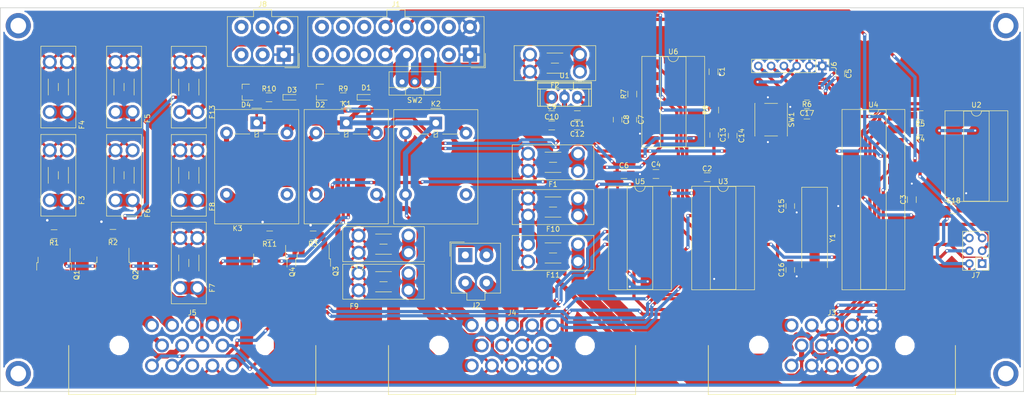
<source format=kicad_pcb>
(kicad_pcb (version 4) (host pcbnew 4.0.7-e2-6376~58~ubuntu16.04.1)
  (layers (0 F.Cu signal) (31 B.Cu signal) (34 B.Paste user) (35 F.Paste user) (36 B.SilkS user) (37 F.SilkS user) (38 B.Mask user) (39 F.Mask user) (44 Edge.Cuts user))
  (net 0 "")
  (net 1 +5V)
  (net 2 GND)
  (net 3 +12V)
  (net 4 "Net-(C3-Pad1)")
  (net 5 "Net-(C5-Pad1)")
  (net 6 "Net-(D2-Pad2)")
  (net 7 /SCL)
  (net 8 /BRK_SW)
  (net 9 /THR_SW)
  (net 10 "Net-(F11-Pad1)")
  (net 11 /IMD_FLT_12V_LED_H)
  (net 12 /SDA)
  (net 13 "Net-(F10-Pad1)")
  (net 14 /START_INPUT)
  (net 15 /IMD_FLT)
  (net 16 /IMD_RST-)
  (net 17 /SEVCON_FLT)
  (net 18 /SEVCON_REV)
  (net 19 "Net-(F12-Pad1)")
  (net 20 /K3)
  (net 21 /K1)
  (net 22 /K2)
  (net 23 /SEVCON_FWD)
  (net 24 "Net-(F9-Pad1)")
  (net 25 /SD_CKT-)
  (net 26 /BOTS)
  (net 27 /TSMS)
  (net 28 /RTDS-)
  (net 29 "Net-(F13-Pad1)")
  (net 30 "Net-(K1-Pad3)")
  (net 31 "Net-(K2-Pad4)")
  (net 32 "Net-(K3-Pad4)")
  (net 33 "Net-(D4-Pad2)")
  (net 34 /Logic/RTDS)
  (net 35 /FAN_PWM)
  (net 36 /BMS_FLT)
  (net 37 "Net-(D1-Pad1)")
  (net 38 "Net-(D3-Pad1)")
  (net 39 "Net-(F2-Pad1)")
  (net 40 /Logic/RX)
  (net 41 /Logic/TX)
  (net 42 "Net-(J7-Pad1)")
  (net 43 "Net-(J7-Pad3)")
  (net 44 "Net-(J7-Pad4)")
  (net 45 /SignalDelay/A2)
  (net 46 /SignalDelay/A1)
  (net 47 /CHARGER_SD)
  (net 48 /COCKPIT_SW)
  (net 49 /Logic/COCKPIT_SW)
  (net 50 /Logic/BOTS)
  (net 51 /Logic/SEVCON_FLT)
  (net 52 "Net-(U3-Pad13)")
  (net 53 /Logic/SEVCON_REV)
  (net 54 /CONTACT_REQ)
  (net 55 /SOC)
  (net 56 "Net-(U4-Pad26)")
  (net 57 /Logic/TSMS)
  (net 58 /Logic/SECON_FWD)
  (net 59 "Net-(U5-Pad10)")
  (net 60 /Logic/SEVCON_FWD)
  (net 61 "Net-(U5-Pad11)")
  (net 62 "Net-(U5-Pad13)")
  (net 63 "Net-(U5-Pad14)")
  (net 64 /ShutdownCircuit/BMS_FLT_5V_L)
  (net 65 "Net-(R7-Pad2)")
  (net 66 "Net-(R8-Pad2)")
  (net 67 "Net-(C7-Pad1)")
  (net 68 /ShutdownCircuit/IMD_FLT_5V_L)
  (net 69 /Logic/RST)
  (net 70 /RTDS+)
  (net 71 /BATT_FAN+)
  (net 72 /BRK_LIGHT+)
  (net 73 /RAD_FAN+)
  (net 74 /PUMP+)
  (net 75 /LAP_TIMER+)
  (net 76 /BATT_FAN-)
  (net 77 "Net-(J5-Pad12)")
  (net 78 "Net-(U5-Pad12)")
  (net 79 "Net-(J1-Pad2)")
  (net 80 "Net-(J1-Pad3)")
  (net 81 "Net-(J1-Pad4)")
  (net 82 "Net-(J1-Pad6)")
  (net 83 "Net-(J1-Pad7)")
  (net 84 "Net-(J1-Pad8)")
  (net 85 "Net-(J1-Pad10)")
  (net 86 "Net-(J1-Pad11)")
  (net 87 "Net-(J1-Pad14)")
  (net 88 "Net-(J1-Pad15)")
  (net 89 "Net-(J1-Pad16)")
  (net 90 "Net-(J2-Pad1)")
  (net 91 "Net-(J8-Pad2)")
  (net 92 "Net-(J8-Pad3)")
  (net 93 "Net-(J8-Pad5)")
  (net 94 "Net-(J8-Pad6)")
  (net 95 "Net-(J9-Pad1)")
  (net 96 "Net-(J10-Pad1)")
  (net 97 "Net-(J11-Pad1)")
  (net 98 "Net-(J12-Pad1)")
  (net 99 "Net-(U3-Pad16)")
  (net 100 "Net-(C13-Pad1)")
  (net 101 "Net-(C15-Pad2)")
  (net 102 "Net-(C16-Pad2)")
  (net 103 "Net-(C10-Pad1)")
  (module Housings_DIP:DIP-28_W8.89mm_SMDSocket_LongPads (layer F.Cu) (at 173.355 50.8)
    (fp_text reference U4 (at 0 -18.84) (layer F.SilkS))
    (fp_text value ATMEGA328P-PU)
    (pad 1 smd rect (at -4.445 -16.51) (size 3.1 1.6) (layers F.Cu F.Paste F.Mask) (net 69 /Logic/RST))
    (pad 15 smd rect (at 4.445 16.51) (size 3.1 1.6) (layers F.Cu F.Paste F.Mask) (net 53 /Logic/SEVCON_REV))
    (pad 2 smd rect (at -4.445 -13.97) (size 3.1 1.6) (layers F.Cu F.Paste F.Mask) (net 40 /Logic/RX))
    (pad 16 smd rect (at 4.445 13.97) (size 3.1 1.6) (layers F.Cu F.Paste F.Mask) (net 54 /CONTACT_REQ))
    (pad 3 smd rect (at -4.445 -11.43) (size 3.1 1.6) (layers F.Cu F.Paste F.Mask) (net 41 /Logic/TX))
    (pad 17 smd rect (at 4.445 11.43) (size 3.1 1.6) (layers F.Cu F.Paste F.Mask) (net 44 "Net-(J7-Pad4)"))
    (pad 4 smd rect (at -4.445 -8.89) (size 3.1 1.6) (layers F.Cu F.Paste F.Mask) (net 46 /SignalDelay/A1))
    (pad 18 smd rect (at 4.445 8.89) (size 3.1 1.6) (layers F.Cu F.Paste F.Mask) (net 42 "Net-(J7-Pad1)"))
    (pad 5 smd rect (at -4.445 -6.35) (size 3.1 1.6) (layers F.Cu F.Paste F.Mask) (net 45 /SignalDelay/A2))
    (pad 19 smd rect (at 4.445 6.35) (size 3.1 1.6) (layers F.Cu F.Paste F.Mask) (net 43 "Net-(J7-Pad3)"))
    (pad 6 smd rect (at -4.445 -3.81) (size 3.1 1.6) (layers F.Cu F.Paste F.Mask) (net 51 /Logic/SEVCON_FLT))
    (pad 20 smd rect (at 4.445 3.81) (size 3.1 1.6) (layers F.Cu F.Paste F.Mask) (net 1 +5V))
    (pad 7 smd rect (at -4.445 -1.27) (size 3.1 1.6) (layers F.Cu F.Paste F.Mask) (net 1 +5V))
    (pad 21 smd rect (at 4.445 1.27) (size 3.1 1.6) (layers F.Cu F.Paste F.Mask) (net 4 "Net-(C3-Pad1)"))
    (pad 8 smd rect (at -4.445 1.27) (size 3.1 1.6) (layers F.Cu F.Paste F.Mask) (net 2 GND))
    (pad 22 smd rect (at 4.445 -1.27) (size 3.1 1.6) (layers F.Cu F.Paste F.Mask) (net 2 GND))
    (pad 9 smd rect (at -4.445 3.81) (size 3.1 1.6) (layers F.Cu F.Paste F.Mask) (net 101 "Net-(C15-Pad2)"))
    (pad 23 smd rect (at 4.445 -3.81) (size 3.1 1.6) (layers F.Cu F.Paste F.Mask) (net 55 /SOC))
    (pad 10 smd rect (at -4.445 6.35) (size 3.1 1.6) (layers F.Cu F.Paste F.Mask) (net 102 "Net-(C16-Pad2)"))
    (pad 24 smd rect (at 4.445 -6.35) (size 3.1 1.6) (layers F.Cu F.Paste F.Mask) (net 14 /START_INPUT))
    (pad 11 smd rect (at -4.445 8.89) (size 3.1 1.6) (layers F.Cu F.Paste F.Mask) (net 49 /Logic/COCKPIT_SW))
    (pad 25 smd rect (at 4.445 -8.89) (size 3.1 1.6) (layers F.Cu F.Paste F.Mask) (net 34 /Logic/RTDS))
    (pad 12 smd rect (at -4.445 11.43) (size 3.1 1.6) (layers F.Cu F.Paste F.Mask) (net 50 /Logic/BOTS))
    (pad 26 smd rect (at 4.445 -11.43) (size 3.1 1.6) (layers F.Cu F.Paste F.Mask) (net 56 "Net-(U4-Pad26)"))
    (pad 13 smd rect (at -4.445 13.97) (size 3.1 1.6) (layers F.Cu F.Paste F.Mask) (net 57 /Logic/TSMS))
    (pad 27 smd rect (at 4.445 -13.97) (size 3.1 1.6) (layers F.Cu F.Paste F.Mask) (net 12 /SDA))
    (pad 14 smd rect (at -4.445 16.51) (size 3.1 1.6) (layers F.Cu F.Paste F.Mask) (net 58 /Logic/SECON_FWD))
    (pad 28 smd rect (at 4.445 -16.51) (size 3.1 1.6) (layers F.Cu F.Paste F.Mask) (net 7 /SCL))
  )
  (module Relays_THT:Relay_SPDT_OMRON-G5LE-1 (layer F.Cu) (at 86.456 35.584)
    (fp_text reference K2 (at 0 -3.8) (layer F.SilkS))
    (fp_text value IMD_LATCH)
    (pad 1 thru_hole rect (at 0 0) (size 2.5 2.5) (drill 1.3) (layers *.Cu *.Mask) (net 16 /IMD_RST-))
    (pad 2 thru_hole oval (at -6 2) (size 2.5 2.5) (drill 1.3) (layers *.Cu *.Mask) (net 3 +12V))
    (pad 3 thru_hole oval (at -6 14.2) (size 2.5 2.5) (drill 1.3) (layers *.Cu *.Mask) (net 16 /IMD_RST-))
    (pad 4 thru_hole oval (at 6 14.2) (size 2.5 2.5) (drill 1.3) (layers *.Cu *.Mask) (net 31 "Net-(K2-Pad4)"))
    (pad 5 thru_hole oval (at 6 2) (size 2.5 2.5) (drill 1.3) (layers *.Cu *.Mask) (net 6 "Net-(D2-Pad2)"))
  )
  (module Housings_DIP:DIP-14_W8.89mm_SMDSocket_LongPads (layer F.Cu) (at 133.604 31.369)
    (fp_text reference U6 (at 0 -9.95) (layer F.SilkS))
    (fp_text value 74HC14)
    (pad 1 smd rect (at -4.445 -7.62) (size 3.1 1.6) (layers F.Cu F.Paste F.Mask) (net 46 /SignalDelay/A1))
    (pad 8 smd rect (at 4.445 7.62) (size 3.1 1.6) (layers F.Cu F.Paste F.Mask) (net 64 /ShutdownCircuit/BMS_FLT_5V_L))
    (pad 2 smd rect (at -4.445 -5.08) (size 3.1 1.6) (layers F.Cu F.Paste F.Mask) (net 65 "Net-(R7-Pad2)"))
    (pad 9 smd rect (at 4.445 5.08) (size 3.1 1.6) (layers F.Cu F.Paste F.Mask) (net 100 "Net-(C13-Pad1)"))
    (pad 3 smd rect (at -4.445 -2.54) (size 3.1 1.6) (layers F.Cu F.Paste F.Mask) (net 45 /SignalDelay/A2))
    (pad 10 smd rect (at 4.445 2.54) (size 3.1 1.6) (layers F.Cu F.Paste F.Mask))
    (pad 4 smd rect (at -4.445 0) (size 3.1 1.6) (layers F.Cu F.Paste F.Mask) (net 66 "Net-(R8-Pad2)"))
    (pad 11 smd rect (at 4.445 0) (size 3.1 1.6) (layers F.Cu F.Paste F.Mask))
    (pad 5 smd rect (at -4.445 2.54) (size 3.1 1.6) (layers F.Cu F.Paste F.Mask) (net 67 "Net-(C7-Pad1)"))
    (pad 12 smd rect (at 4.445 -2.54) (size 3.1 1.6) (layers F.Cu F.Paste F.Mask))
    (pad 6 smd rect (at -4.445 5.08) (size 3.1 1.6) (layers F.Cu F.Paste F.Mask) (net 68 /ShutdownCircuit/IMD_FLT_5V_L))
    (pad 13 smd rect (at 4.445 -5.08) (size 3.1 1.6) (layers F.Cu F.Paste F.Mask))
    (pad 7 smd rect (at -4.445 7.62) (size 3.1 1.6) (layers F.Cu F.Paste F.Mask) (net 2 GND))
    (pad 14 smd rect (at 4.445 -7.62) (size 3.1 1.6) (layers F.Cu F.Paste F.Mask) (net 1 +5V))
  )
  (module Fuse_Holders_and_Fuses:BladeFuse-Mini_Keystone_3568 (layer F.Cu) (at 35.716 68.34 90)
    (fp_text reference F7 (at 0 6.35 90) (layer F.SilkS))
    (fp_text value PUMP_FUSE)
    (pad 1 thru_hole circle (at 0 0 90) (size 2.78 2.78) (drill 1.78) (layers *.Cu *.Mask) (net 74 /PUMP+))
    (pad 1 thru_hole circle (at 0 3.4 90) (size 2.78 2.78) (drill 1.78) (layers *.Cu *.Mask) (net 74 /PUMP+))
    (pad 2 thru_hole circle (at 9.92 0 90) (size 2.78 2.78) (drill 1.78) (layers *.Cu *.Mask) (net 3 +12V))
    (pad 2 thru_hole circle (at 9.92 3.4 90) (size 2.78 2.78) (drill 1.78) (layers *.Cu *.Mask) (net 3 +12V))
  )
  (module Fuse_Holders_and_Fuses:BladeFuse-Mini_Keystone_3568 (layer F.Cu) (at 22.86 50.927 90)
    (fp_text reference F6 (at -2.54 6.35 90) (layer F.SilkS))
    (fp_text value RADIATOR_FAN_FUSE)
    (pad 1 thru_hole circle (at 0 0 90) (size 2.78 2.78) (drill 1.78) (layers *.Cu *.Mask) (net 73 /RAD_FAN+))
    (pad 1 thru_hole circle (at 0 3.4 90) (size 2.78 2.78) (drill 1.78) (layers *.Cu *.Mask) (net 73 /RAD_FAN+))
    (pad 2 thru_hole circle (at 9.92 0 90) (size 2.78 2.78) (drill 1.78) (layers *.Cu *.Mask) (net 3 +12V))
    (pad 2 thru_hole circle (at 9.92 3.4 90) (size 2.78 2.78) (drill 1.78) (layers *.Cu *.Mask) (net 3 +12V))
  )
  (module Relays_THT:Relay_SPDT_OMRON-G5LE-1 (layer F.Cu) (at 68.676 35.56)
    (fp_text reference K1 (at 0 -3.8) (layer F.SilkS))
    (fp_text value IMD_RELAY)
    (pad 1 thru_hole rect (at 0 0) (size 2.5 2.5) (drill 1.3) (layers *.Cu *.Mask) (net 16 /IMD_RST-))
    (pad 2 thru_hole oval (at -6 2) (size 2.5 2.5) (drill 1.3) (layers *.Cu *.Mask) (net 29 "Net-(F13-Pad1)"))
    (pad 3 thru_hole oval (at -6 14.2) (size 2.5 2.5) (drill 1.3) (layers *.Cu *.Mask) (net 30 "Net-(K1-Pad3)"))
    (pad 4 thru_hole oval (at 6 14.2) (size 2.5 2.5) (drill 1.3) (layers *.Cu *.Mask) (net 11 /IMD_FLT_12V_LED_H))
    (pad 5 thru_hole oval (at 6 2) (size 2.5 2.5) (drill 1.3) (layers *.Cu *.Mask) (net 6 "Net-(D2-Pad2)"))
  )
  (module Relays_THT:Relay_SPDT_OMRON-G5LE-1 (layer F.Cu) (at 50.896 35.56)
    (fp_text reference K3 (at -3.81 20.955) (layer F.SilkS))
    (fp_text value BMS_RELAY)
    (pad 1 thru_hole rect (at 0 0) (size 2.5 2.5) (drill 1.3) (layers *.Cu *.Mask) (net 3 +12V))
    (pad 2 thru_hole oval (at -6 2) (size 2.5 2.5) (drill 1.3) (layers *.Cu *.Mask) (net 30 "Net-(K1-Pad3)"))
    (pad 3 thru_hole oval (at -6 14.2) (size 2.5 2.5) (drill 1.3) (layers *.Cu *.Mask) (net 25 /SD_CKT-))
    (pad 4 thru_hole oval (at 6 14.2) (size 2.5 2.5) (drill 1.3) (layers *.Cu *.Mask) (net 32 "Net-(K3-Pad4)"))
    (pad 5 thru_hole oval (at 6 2) (size 2.5 2.5) (drill 1.3) (layers *.Cu *.Mask) (net 33 "Net-(D4-Pad2)"))
  )
  (module Diodes_SMD:D_SOT-23_ANK (layer F.Cu) (at 48.768 29.464 180)
    (fp_text reference D4 (at 0 -2.5 180) (layer F.SilkS))
    (fp_text value BMS_FLYBACK)
    (pad 2 smd rect (at -1 -0.95 180) (size 0.9 0.8) (layers F.Cu F.Paste F.Mask) (net 33 "Net-(D4-Pad2)"))
    (pad "" smd rect (at -1 0.95 180) (size 0.9 0.8) (layers F.Cu F.Paste F.Mask))
    (pad 1 smd rect (at 1 0 180) (size 0.9 0.8) (layers F.Cu F.Paste F.Mask) (net 3 +12V))
  )
  (module Fuse_Holders_and_Fuses:BladeFuse-Mini_Keystone_3568 (layer F.Cu) (at 114.695 45.085 180)
    (fp_text reference F1 (at 4.96 -2.67 180) (layer F.SilkS))
    (fp_text value 5V_FUSE)
    (pad 1 thru_hole circle (at 0 0 180) (size 2.78 2.78) (drill 1.78) (layers *.Cu *.Mask) (net 103 "Net-(C10-Pad1)"))
    (pad 1 thru_hole circle (at 0 3.4 180) (size 2.78 2.78) (drill 1.78) (layers *.Cu *.Mask) (net 103 "Net-(C10-Pad1)"))
    (pad 2 thru_hole circle (at 9.92 0 180) (size 2.78 2.78) (drill 1.78) (layers *.Cu *.Mask) (net 3 +12V))
    (pad 2 thru_hole circle (at 9.92 3.4 180) (size 2.78 2.78) (drill 1.78) (layers *.Cu *.Mask) (net 3 +12V))
  )
  (module Fuse_Holders_and_Fuses:BladeFuse-Mini_Keystone_3568 (layer F.Cu) (at 115.076 25.4 180)
    (fp_text reference F2 (at 4.96 -2.67 180) (layer F.SilkS))
    (fp_text value BMS_FUSE)
    (pad 1 thru_hole circle (at 0 0 180) (size 2.78 2.78) (drill 1.78) (layers *.Cu *.Mask) (net 39 "Net-(F2-Pad1)"))
    (pad 1 thru_hole circle (at 0 3.4 180) (size 2.78 2.78) (drill 1.78) (layers *.Cu *.Mask) (net 39 "Net-(F2-Pad1)"))
    (pad 2 thru_hole circle (at 9.92 0 180) (size 2.78 2.78) (drill 1.78) (layers *.Cu *.Mask) (net 3 +12V))
    (pad 2 thru_hole circle (at 9.92 3.4 180) (size 2.78 2.78) (drill 1.78) (layers *.Cu *.Mask) (net 3 +12V))
  )
  (module Fuse_Holders_and_Fuses:BladeFuse-Mini_Keystone_3568 (layer F.Cu) (at 9.808 50.927 90)
    (fp_text reference F3 (at 0 6.35 90) (layer F.SilkS))
    (fp_text value RTDS_FUSE)
    (pad 1 thru_hole circle (at 0 0 90) (size 2.78 2.78) (drill 1.78) (layers *.Cu *.Mask) (net 70 /RTDS+))
    (pad 1 thru_hole circle (at 0 3.4 90) (size 2.78 2.78) (drill 1.78) (layers *.Cu *.Mask) (net 70 /RTDS+))
    (pad 2 thru_hole circle (at 9.92 0 90) (size 2.78 2.78) (drill 1.78) (layers *.Cu *.Mask) (net 3 +12V))
    (pad 2 thru_hole circle (at 9.92 3.4 90) (size 2.78 2.78) (drill 1.78) (layers *.Cu *.Mask) (net 3 +12V))
  )
  (module Fuse_Holders_and_Fuses:BladeFuse-Mini_Keystone_3568 (layer F.Cu) (at 9.808 33.401 90)
    (fp_text reference F4 (at -2.54 6.35 90) (layer F.SilkS))
    (fp_text value BATTERY_FAN_FUSE)
    (pad 1 thru_hole circle (at 0 0 90) (size 2.78 2.78) (drill 1.78) (layers *.Cu *.Mask) (net 71 /BATT_FAN+))
    (pad 1 thru_hole circle (at 0 3.4 90) (size 2.78 2.78) (drill 1.78) (layers *.Cu *.Mask) (net 71 /BATT_FAN+))
    (pad 2 thru_hole circle (at 9.92 0 90) (size 2.78 2.78) (drill 1.78) (layers *.Cu *.Mask) (net 3 +12V))
    (pad 2 thru_hole circle (at 9.92 3.4 90) (size 2.78 2.78) (drill 1.78) (layers *.Cu *.Mask) (net 3 +12V))
  )
  (module Fuse_Holders_and_Fuses:BladeFuse-Mini_Keystone_3568 (layer F.Cu) (at 22.86 33.401 90)
    (fp_text reference F5 (at -1.27 6.35 90) (layer F.SilkS))
    (fp_text value BRK_LIGHT_FUSE)
    (pad 1 thru_hole circle (at 0 0 90) (size 2.78 2.78) (drill 1.78) (layers *.Cu *.Mask) (net 72 /BRK_LIGHT+))
    (pad 1 thru_hole circle (at 0 3.4 90) (size 2.78 2.78) (drill 1.78) (layers *.Cu *.Mask) (net 72 /BRK_LIGHT+))
    (pad 2 thru_hole circle (at 9.92 0 90) (size 2.78 2.78) (drill 1.78) (layers *.Cu *.Mask) (net 3 +12V))
    (pad 2 thru_hole circle (at 9.92 3.4 90) (size 2.78 2.78) (drill 1.78) (layers *.Cu *.Mask) (net 3 +12V))
  )
  (module Fuse_Holders_and_Fuses:BladeFuse-Mini_Keystone_3568 (layer F.Cu) (at 35.716 50.941 90)
    (fp_text reference F8 (at -1.27 6.35 90) (layer F.SilkS))
    (fp_text value LAP_TIMER_FUSE)
    (pad 1 thru_hole circle (at 0 0 90) (size 2.78 2.78) (drill 1.78) (layers *.Cu *.Mask) (net 75 /LAP_TIMER+))
    (pad 1 thru_hole circle (at 0 3.4 90) (size 2.78 2.78) (drill 1.78) (layers *.Cu *.Mask) (net 75 /LAP_TIMER+))
    (pad 2 thru_hole circle (at 9.92 0 90) (size 2.78 2.78) (drill 1.78) (layers *.Cu *.Mask) (net 3 +12V))
    (pad 2 thru_hole circle (at 9.92 3.4 90) (size 2.78 2.78) (drill 1.78) (layers *.Cu *.Mask) (net 3 +12V))
  )
  (module Fuse_Holders_and_Fuses:BladeFuse-Mini_Keystone_3568 (layer F.Cu) (at 81.04 68.805 180)
    (fp_text reference F9 (at 10.795 -3.175 180) (layer F.SilkS))
    (fp_text value SEVCON_FUSE)
    (pad 1 thru_hole circle (at 0 0 180) (size 2.78 2.78) (drill 1.78) (layers *.Cu *.Mask) (net 24 "Net-(F9-Pad1)"))
    (pad 1 thru_hole circle (at 0 3.4 180) (size 2.78 2.78) (drill 1.78) (layers *.Cu *.Mask) (net 24 "Net-(F9-Pad1)"))
    (pad 2 thru_hole circle (at 9.92 0 180) (size 2.78 2.78) (drill 1.78) (layers *.Cu *.Mask) (net 3 +12V))
    (pad 2 thru_hole circle (at 9.92 3.4 180) (size 2.78 2.78) (drill 1.78) (layers *.Cu *.Mask) (net 3 +12V))
  )
  (module Fuse_Holders_and_Fuses:BladeFuse-Mini_Keystone_3568 (layer F.Cu) (at 114.695 53.975 180)
    (fp_text reference F10 (at 4.96 -2.67 180) (layer F.SilkS))
    (fp_text value WHEEL_FUSE)
    (pad 1 thru_hole circle (at 0 0 180) (size 2.78 2.78) (drill 1.78) (layers *.Cu *.Mask) (net 13 "Net-(F10-Pad1)"))
    (pad 1 thru_hole circle (at 0 3.4 180) (size 2.78 2.78) (drill 1.78) (layers *.Cu *.Mask) (net 13 "Net-(F10-Pad1)"))
    (pad 2 thru_hole circle (at 9.92 0 180) (size 2.78 2.78) (drill 1.78) (layers *.Cu *.Mask) (net 3 +12V))
    (pad 2 thru_hole circle (at 9.92 3.4 180) (size 2.78 2.78) (drill 1.78) (layers *.Cu *.Mask) (net 3 +12V))
  )
  (module Fuse_Holders_and_Fuses:BladeFuse-Mini_Keystone_3568 (layer F.Cu) (at 114.695 63.09 180)
    (fp_text reference F11 (at 4.96 -2.67 180) (layer F.SilkS))
    (fp_text value DAQ_FUSE)
    (pad 1 thru_hole circle (at 0 0 180) (size 2.78 2.78) (drill 1.78) (layers *.Cu *.Mask) (net 10 "Net-(F11-Pad1)"))
    (pad 1 thru_hole circle (at 0 3.4 180) (size 2.78 2.78) (drill 1.78) (layers *.Cu *.Mask) (net 10 "Net-(F11-Pad1)"))
    (pad 2 thru_hole circle (at 9.92 0 180) (size 2.78 2.78) (drill 1.78) (layers *.Cu *.Mask) (net 3 +12V))
    (pad 2 thru_hole circle (at 9.92 3.4 180) (size 2.78 2.78) (drill 1.78) (layers *.Cu *.Mask) (net 3 +12V))
  )
  (module Fuse_Holders_and_Fuses:BladeFuse-Mini_Keystone_3568 (layer F.Cu) (at 81.04 61.341 180)
    (fp_text reference F12 (at 10.16 -3.175 180) (layer F.SilkS))
    (fp_text value IMD_FUSE)
    (pad 1 thru_hole circle (at 0 0 180) (size 2.78 2.78) (drill 1.78) (layers *.Cu *.Mask) (net 19 "Net-(F12-Pad1)"))
    (pad 1 thru_hole circle (at 0 3.4 180) (size 2.78 2.78) (drill 1.78) (layers *.Cu *.Mask) (net 19 "Net-(F12-Pad1)"))
    (pad 2 thru_hole circle (at 9.92 0 180) (size 2.78 2.78) (drill 1.78) (layers *.Cu *.Mask) (net 3 +12V))
    (pad 2 thru_hole circle (at 9.92 3.4 180) (size 2.78 2.78) (drill 1.78) (layers *.Cu *.Mask) (net 3 +12V))
  )
  (module Fuse_Holders_and_Fuses:BladeFuse-Mini_Keystone_3568 (layer F.Cu) (at 35.716 33.415 90)
    (fp_text reference F13 (at 0 6.35 90) (layer F.SilkS))
    (fp_text value SD_FUSE)
    (pad 1 thru_hole circle (at 0 0 90) (size 2.78 2.78) (drill 1.78) (layers *.Cu *.Mask) (net 29 "Net-(F13-Pad1)"))
    (pad 1 thru_hole circle (at 0 3.4 90) (size 2.78 2.78) (drill 1.78) (layers *.Cu *.Mask) (net 29 "Net-(F13-Pad1)"))
    (pad 2 thru_hole circle (at 9.92 0 90) (size 2.78 2.78) (drill 1.78) (layers *.Cu *.Mask) (net 3 +12V))
    (pad 2 thru_hole circle (at 9.92 3.4 90) (size 2.78 2.78) (drill 1.78) (layers *.Cu *.Mask) (net 3 +12V))
  )
  (module Pin_Headers:Pin_Header_Straight_1x06_Pitch2.54mm (layer F.Cu) (at 163.195 24.257 270)
    (fp_text reference J6 (at 0 -2.33 270) (layer F.SilkS))
    (fp_text value FTDI)
    (pad 1 thru_hole rect (at 0 0 270) (size 1.7 1.7) (drill 1) (layers *.Cu *.Mask) (net 2 GND))
    (pad 2 thru_hole oval (at 0 2.54 270) (size 1.7 1.7) (drill 1) (layers *.Cu *.Mask) (net 2 GND))
    (pad 3 thru_hole oval (at 0 5.08 270) (size 1.7 1.7) (drill 1) (layers *.Cu *.Mask) (net 1 +5V))
    (pad 4 thru_hole oval (at 0 7.62 270) (size 1.7 1.7) (drill 1) (layers *.Cu *.Mask) (net 40 /Logic/RX))
    (pad 5 thru_hole oval (at 0 10.16 270) (size 1.7 1.7) (drill 1) (layers *.Cu *.Mask) (net 41 /Logic/TX))
    (pad 6 thru_hole oval (at 0 12.7 270) (size 1.7 1.7) (drill 1) (layers *.Cu *.Mask) (net 5 "Net-(C5-Pad1)"))
  )
  (module Pin_Headers:Pin_Header_Straight_2x03_Pitch2.54mm (layer F.Cu) (at 194.945 63.5 180)
    (fp_text reference J7 (at 1.27 -2.33 180) (layer F.SilkS))
    (fp_text value ICSP)
    (pad 1 thru_hole rect (at 0 0 180) (size 1.7 1.7) (drill 1) (layers *.Cu *.Mask) (net 42 "Net-(J7-Pad1)"))
    (pad 2 thru_hole oval (at 2.54 0 180) (size 1.7 1.7) (drill 1) (layers *.Cu *.Mask) (net 1 +5V))
    (pad 3 thru_hole oval (at 0 2.54 180) (size 1.7 1.7) (drill 1) (layers *.Cu *.Mask) (net 43 "Net-(J7-Pad3)"))
    (pad 4 thru_hole oval (at 2.54 2.54 180) (size 1.7 1.7) (drill 1) (layers *.Cu *.Mask) (net 44 "Net-(J7-Pad4)"))
    (pad 5 thru_hole oval (at 0 5.08 180) (size 1.7 1.7) (drill 1) (layers *.Cu *.Mask) (net 69 /Logic/RST))
    (pad 6 thru_hole oval (at 2.54 5.08 180) (size 1.7 1.7) (drill 1) (layers *.Cu *.Mask) (net 2 GND))
  )
  (module Buttons_Switches_SMD:SW_SPST_PTS645 (layer F.Cu) (at 153.035 34.925 270)
    (fp_text reference SW1 (at 0 -4.05 270) (layer F.SilkS))
    (fp_text value SW_Push)
    (pad 2 smd rect (at -3.98 2.25 270) (size 1.55 1.3) (layers F.Cu F.Paste F.Mask) (net 2 GND))
    (pad 1 smd rect (at -3.98 -2.25 270) (size 1.55 1.3) (layers F.Cu F.Paste F.Mask) (net 69 /Logic/RST))
    (pad 1 smd rect (at 3.98 -2.25 270) (size 1.55 1.3) (layers F.Cu F.Paste F.Mask) (net 69 /Logic/RST))
    (pad 2 smd rect (at 3.98 2.25 270) (size 1.55 1.3) (layers F.Cu F.Paste F.Mask) (net 2 GND))
  )
  (module Power_Integrations:TO-220 (layer F.Cu) (at 112.014 30.48)
    (fp_text reference U1 (at 0 -4.318) (layer F.SilkS))
    (fp_text value LM7805_TO220)
    (pad 2 thru_hole oval (at 0 0) (size 2.032 2.54) (drill 1.143) (layers *.Cu *.Mask) (net 2 GND))
    (pad 3 thru_hole oval (at 2.54 0) (size 2.032 2.54) (drill 1.143) (layers *.Cu *.Mask) (net 1 +5V))
    (pad 1 thru_hole oval (at -2.54 0) (size 2.032 2.54) (drill 1.143) (layers *.Cu *.Mask) (net 103 "Net-(C10-Pad1)"))
  )
  (module Housings_DIP:DIP-14_W8.89mm_SMDSocket_LongPads (layer F.Cu) (at 193.802 42.164)
    (fp_text reference U2 (at 0 -10.16) (layer F.SilkS))
    (fp_text value 74HC00)
    (pad 1 smd rect (at -4.445 -7.62) (size 3.1 1.6) (layers F.Cu F.Paste F.Mask) (net 45 /SignalDelay/A2))
    (pad 8 smd rect (at 4.445 7.62) (size 3.1 1.6) (layers F.Cu F.Paste F.Mask))
    (pad 2 smd rect (at -4.445 -5.08) (size 3.1 1.6) (layers F.Cu F.Paste F.Mask) (net 46 /SignalDelay/A1))
    (pad 9 smd rect (at 4.445 5.08) (size 3.1 1.6) (layers F.Cu F.Paste F.Mask))
    (pad 3 smd rect (at -4.445 -2.54) (size 3.1 1.6) (layers F.Cu F.Paste F.Mask) (net 47 /CHARGER_SD))
    (pad 10 smd rect (at 4.445 2.54) (size 3.1 1.6) (layers F.Cu F.Paste F.Mask))
    (pad 4 smd rect (at -4.445 0) (size 3.1 1.6) (layers F.Cu F.Paste F.Mask))
    (pad 11 smd rect (at 4.445 0) (size 3.1 1.6) (layers F.Cu F.Paste F.Mask))
    (pad 5 smd rect (at -4.445 2.54) (size 3.1 1.6) (layers F.Cu F.Paste F.Mask))
    (pad 12 smd rect (at 4.445 -2.54) (size 3.1 1.6) (layers F.Cu F.Paste F.Mask))
    (pad 6 smd rect (at -4.445 5.08) (size 3.1 1.6) (layers F.Cu F.Paste F.Mask))
    (pad 13 smd rect (at 4.445 -5.08) (size 3.1 1.6) (layers F.Cu F.Paste F.Mask))
    (pad 7 smd rect (at -4.445 7.62) (size 3.1 1.6) (layers F.Cu F.Paste F.Mask) (net 2 GND))
    (pad 14 smd rect (at 4.445 -7.62) (size 3.1 1.6) (layers F.Cu F.Paste F.Mask) (net 1 +5V))
  )
  (module Housings_DIP:DIP-16_W8.89mm_SMDSocket_LongPads (layer F.Cu) (at 127 58.42)
    (fp_text reference U5 (at 0 -11.22) (layer F.SilkS))
    (fp_text value CD40109)
    (pad 1 smd rect (at -4.445 -8.89) (size 3.1 1.6) (layers F.Cu F.Paste F.Mask) (net 1 +5V))
    (pad 9 smd rect (at 4.445 8.89) (size 3.1 1.6) (layers F.Cu F.Paste F.Mask) (net 1 +5V))
    (pad 2 smd rect (at -4.445 -6.35) (size 3.1 1.6) (layers F.Cu F.Paste F.Mask) (net 1 +5V))
    (pad 10 smd rect (at 4.445 6.35) (size 3.1 1.6) (layers F.Cu F.Paste F.Mask) (net 59 "Net-(U5-Pad10)"))
    (pad 3 smd rect (at -4.445 -3.81) (size 3.1 1.6) (layers F.Cu F.Paste F.Mask) (net 60 /Logic/SEVCON_FWD))
    (pad 11 smd rect (at 4.445 3.81) (size 3.1 1.6) (layers F.Cu F.Paste F.Mask) (net 61 "Net-(U5-Pad11)"))
    (pad 4 smd rect (at -4.445 -1.27) (size 3.1 1.6) (layers F.Cu F.Paste F.Mask) (net 23 /SEVCON_FWD))
    (pad 12 smd rect (at 4.445 1.27) (size 3.1 1.6) (layers F.Cu F.Paste F.Mask) (net 78 "Net-(U5-Pad12)"))
    (pad 5 smd rect (at -4.445 1.27) (size 3.1 1.6) (layers F.Cu F.Paste F.Mask) (net 18 /SEVCON_REV))
    (pad 13 smd rect (at 4.445 -1.27) (size 3.1 1.6) (layers F.Cu F.Paste F.Mask) (net 62 "Net-(U5-Pad13)"))
    (pad 6 smd rect (at -4.445 3.81) (size 3.1 1.6) (layers F.Cu F.Paste F.Mask) (net 53 /Logic/SEVCON_REV))
    (pad 14 smd rect (at 4.445 -3.81) (size 3.1 1.6) (layers F.Cu F.Paste F.Mask) (net 63 "Net-(U5-Pad14)"))
    (pad 7 smd rect (at -4.445 6.35) (size 3.1 1.6) (layers F.Cu F.Paste F.Mask) (net 1 +5V))
    (pad 15 smd rect (at 4.445 -6.35) (size 3.1 1.6) (layers F.Cu F.Paste F.Mask) (net 1 +5V))
    (pad 8 smd rect (at -4.445 8.89) (size 3.1 1.6) (layers F.Cu F.Paste F.Mask) (net 2 GND))
    (pad 16 smd rect (at 4.445 -8.89) (size 3.1 1.6) (layers F.Cu F.Paste F.Mask) (net 3 +12V))
  )
  (module Diodes_SMD:D_SOT-23_ANK (layer F.Cu) (at 63.5 29.464 180)
    (fp_text reference D2 (at 0 -2.5 180) (layer F.SilkS))
    (fp_text value IMD_FLYBACK)
    (pad 2 smd rect (at -1 -0.95 180) (size 0.9 0.8) (layers F.Cu F.Paste F.Mask) (net 6 "Net-(D2-Pad2)"))
    (pad "" smd rect (at -1 0.95 180) (size 0.9 0.8) (layers F.Cu F.Paste F.Mask))
    (pad 1 smd rect (at 1 0 180) (size 0.9 0.8) (layers F.Cu F.Paste F.Mask) (net 16 /IMD_RST-))
  )
  (module LEDs:LED_0603_HandSoldering (layer F.Cu) (at 72.644 30.48)
    (fp_text reference D1 (at 0 -1.905) (layer F.SilkS))
    (fp_text value IMD_OK)
    (pad 1 smd rect (at -1.1 0) (size 1.2 0.9) (layers F.Cu F.Paste F.Mask) (net 37 "Net-(D1-Pad1)"))
    (pad 2 smd rect (at 1.1 0) (size 1.2 0.9) (layers F.Cu F.Paste F.Mask) (net 16 /IMD_RST-))
  )
  (module LEDs:LED_0603_HandSoldering (layer F.Cu) (at 57.912 30.48)
    (fp_text reference D3 (at 0 -1.45) (layer F.SilkS))
    (fp_text value BMS_OK)
    (pad 1 smd rect (at -1.1 0) (size 1.2 0.9) (layers F.Cu F.Paste F.Mask) (net 38 "Net-(D3-Pad1)"))
    (pad 2 smd rect (at 1.1 0) (size 1.2 0.9) (layers F.Cu F.Paste F.Mask) (net 3 +12V))
  )
  (module Connectors_Molex:Molex_MiniFit-JR-5556-16A_2x08x4.20mm_Straight (layer F.Cu) (at 93.245 22.01 180)
    (fp_text reference J1 (at 14.7 10 180) (layer F.SilkS))
    (fp_text value Conn_01x16_Male)
    (pad 1 thru_hole rect (at 0 0 180) (size 2.8 2.8) (drill 1.4) (layers *.Cu *.Mask) (net 2 GND))
    (pad 2 thru_hole circle (at 4.2 0 180) (size 2.8 2.8) (drill 1.4) (layers *.Cu *.Mask) (net 79 "Net-(J1-Pad2)"))
    (pad 3 thru_hole circle (at 8.4 0 180) (size 2.8 2.8) (drill 1.4) (layers *.Cu *.Mask) (net 80 "Net-(J1-Pad3)"))
    (pad 4 thru_hole circle (at 12.6 0 180) (size 2.8 2.8) (drill 1.4) (layers *.Cu *.Mask) (net 81 "Net-(J1-Pad4)"))
    (pad 5 thru_hole circle (at 16.8 0 180) (size 2.8 2.8) (drill 1.4) (layers *.Cu *.Mask) (net 54 /CONTACT_REQ))
    (pad 6 thru_hole circle (at 21 0 180) (size 2.8 2.8) (drill 1.4) (layers *.Cu *.Mask) (net 82 "Net-(J1-Pad6)"))
    (pad 7 thru_hole circle (at 25.2 0 180) (size 2.8 2.8) (drill 1.4) (layers *.Cu *.Mask) (net 83 "Net-(J1-Pad7)"))
    (pad 8 thru_hole circle (at 29.4 0 180) (size 2.8 2.8) (drill 1.4) (layers *.Cu *.Mask) (net 84 "Net-(J1-Pad8)"))
    (pad 9 thru_hole circle (at 0 5.5 180) (size 2.8 2.8) (drill 1.4) (layers *.Cu *.Mask) (net 2 GND))
    (pad 10 thru_hole circle (at 4.2 5.5 180) (size 2.8 2.8) (drill 1.4) (layers *.Cu *.Mask) (net 85 "Net-(J1-Pad10)"))
    (pad 11 thru_hole circle (at 8.4 5.5 180) (size 2.8 2.8) (drill 1.4) (layers *.Cu *.Mask) (net 86 "Net-(J1-Pad11)"))
    (pad 12 thru_hole circle (at 12.6 5.5 180) (size 2.8 2.8) (drill 1.4) (layers *.Cu *.Mask) (net 36 /BMS_FLT))
    (pad 13 thru_hole circle (at 16.8 5.5 180) (size 2.8 2.8) (drill 1.4) (layers *.Cu *.Mask) (net 55 /SOC))
    (pad 14 thru_hole circle (at 21 5.5 180) (size 2.8 2.8) (drill 1.4) (layers *.Cu *.Mask) (net 87 "Net-(J1-Pad14)"))
    (pad 15 thru_hole circle (at 25.2 5.5 180) (size 2.8 2.8) (drill 1.4) (layers *.Cu *.Mask) (net 88 "Net-(J1-Pad15)"))
    (pad 16 thru_hole circle (at 29.4 5.5 180) (size 2.8 2.8) (drill 1.4) (layers *.Cu *.Mask) (net 89 "Net-(J1-Pad16)"))
  )
  (module Connectors_Molex:Molex_MiniFit-JR-5556-04A_2x02x4.20mm_Straight (layer F.Cu) (at 92.32 61.81)
    (fp_text reference J2 (at 2.1 10) (layer F.SilkS))
    (fp_text value Conn_01x04_Male)
    (pad 1 thru_hole rect (at 0 0) (size 2.8 2.8) (drill 1.4) (layers *.Cu *.Mask) (net 90 "Net-(J2-Pad1)"))
    (pad 2 thru_hole circle (at 4.2 0) (size 2.8 2.8) (drill 1.4) (layers *.Cu *.Mask) (net 21 /K1))
    (pad 3 thru_hole circle (at 0 5.5) (size 2.8 2.8) (drill 1.4) (layers *.Cu *.Mask) (net 22 /K2))
    (pad 4 thru_hole circle (at 4.2 5.5) (size 2.8 2.8) (drill 1.4) (layers *.Cu *.Mask) (net 20 /K3))
  )
  (module Connectors_Molex:Molex_MiniFit-JR-5556-06A_2x03x4.20mm_Straight (layer F.Cu) (at 56.27 22.01 180)
    (fp_text reference J8 (at 4.2 10 180) (layer F.SilkS))
    (fp_text value Conn_01x06_Male)
    (pad 1 thru_hole rect (at 0 0 180) (size 2.8 2.8) (drill 1.4) (layers *.Cu *.Mask) (net 2 GND))
    (pad 2 thru_hole circle (at 4.2 0 180) (size 2.8 2.8) (drill 1.4) (layers *.Cu *.Mask) (net 91 "Net-(J8-Pad2)"))
    (pad 3 thru_hole circle (at 8.4 0 180) (size 2.8 2.8) (drill 1.4) (layers *.Cu *.Mask) (net 92 "Net-(J8-Pad3)"))
    (pad 4 thru_hole circle (at 0 5.5 180) (size 2.8 2.8) (drill 1.4) (layers *.Cu *.Mask) (net 35 /FAN_PWM))
    (pad 5 thru_hole circle (at 4.2 5.5 180) (size 2.8 2.8) (drill 1.4) (layers *.Cu *.Mask) (net 93 "Net-(J8-Pad5)"))
    (pad 6 thru_hole circle (at 8.4 5.5 180) (size 2.8 2.8) (drill 1.4) (layers *.Cu *.Mask) (net 94 "Net-(J8-Pad6)"))
  )
  (module Resistors_SMD:R_0805_HandSoldering (layer F.Cu) (at 109.474 34.036)
    (fp_text reference C9 (at 0 -1.7) (layer F.SilkS))
    (fp_text value C)
    (pad 1 smd rect (at -1.35 0) (size 1.5 1.3) (layers F.Cu F.Paste F.Mask) (net 103 "Net-(C10-Pad1)"))
    (pad 2 smd rect (at 1.35 0) (size 1.5 1.3) (layers F.Cu F.Paste F.Mask) (net 2 GND))
  )
  (module Resistors_SMD:R_0805_HandSoldering (layer F.Cu) (at 109.474 36.068)
    (fp_text reference C10 (at 0 -1.7) (layer F.SilkS))
    (fp_text value C)
    (pad 1 smd rect (at -1.35 0) (size 1.5 1.3) (layers F.Cu F.Paste F.Mask) (net 103 "Net-(C10-Pad1)"))
    (pad 2 smd rect (at 1.35 0) (size 1.5 1.3) (layers F.Cu F.Paste F.Mask) (net 2 GND))
  )
  (module Resistors_SMD:R_0805_HandSoldering (layer F.Cu) (at 114.554 34.036 180)
    (fp_text reference C11 (at 0 -1.7 180) (layer F.SilkS))
    (fp_text value C)
    (pad 1 smd rect (at -1.35 0 180) (size 1.5 1.3) (layers F.Cu F.Paste F.Mask) (net 1 +5V))
    (pad 2 smd rect (at 1.35 0 180) (size 1.5 1.3) (layers F.Cu F.Paste F.Mask) (net 2 GND))
  )
  (module Resistors_SMD:R_0805_HandSoldering (layer F.Cu) (at 114.554 36.068 180)
    (fp_text reference C12 (at 0 -1.7 180) (layer F.SilkS))
    (fp_text value C)
    (pad 1 smd rect (at -1.35 0 180) (size 1.5 1.3) (layers F.Cu F.Paste F.Mask) (net 1 +5V))
    (pad 2 smd rect (at 1.35 0 180) (size 1.5 1.3) (layers F.Cu F.Paste F.Mask) (net 2 GND))
  )
  (module TuftsRacing2018:MountingPadM3 (layer F.Cu) (at 3.556 85.344)
    (fp_text reference J9 (at 0 0.5) (layer F.SilkS))
    (fp_text value Conn_01x01)
    (pad 1 thru_hole circle (at 0 0) (size 5 5) (drill 3.1) (layers *.Cu *.Mask) (net 95 "Net-(J9-Pad1)"))
  )
  (module TuftsRacing2018:MountingPadM3 (layer F.Cu) (at 3.556 16.256)
    (fp_text reference J10 (at 0 0.5) (layer F.SilkS))
    (fp_text value Conn_01x01)
    (pad 1 thru_hole circle (at 0 0) (size 5 5) (drill 3.1) (layers *.Cu *.Mask) (net 96 "Net-(J10-Pad1)"))
  )
  (module TuftsRacing2018:MountingPadM3 (layer F.Cu) (at 199.644 85.344)
    (fp_text reference J11 (at 0 0.5) (layer F.SilkS))
    (fp_text value Conn_01x01)
    (pad 1 thru_hole circle (at 0 0) (size 5 5) (drill 3.1) (layers *.Cu *.Mask) (net 97 "Net-(J11-Pad1)"))
  )
  (module TuftsRacing2018:MountingPadM3 (layer F.Cu) (at 199.644 16.256)
    (fp_text reference J12 (at 0 0.5) (layer F.SilkS))
    (fp_text value Conn_01x01)
    (pad 1 thru_hole circle (at 0 0) (size 5 5) (drill 3.1) (layers *.Cu *.Mask) (net 98 "Net-(J12-Pad1)"))
  )
  (module Resistors_SMD:R_0805_HandSoldering (layer F.Cu) (at 141.605 25.4 270)
    (fp_text reference C1 (at 0 -1.7 270) (layer F.SilkS))
    (fp_text value 1u)
    (pad 1 smd rect (at -1.35 0 270) (size 1.5 1.3) (layers F.Cu F.Paste F.Mask) (net 1 +5V))
    (pad 2 smd rect (at 1.35 0 270) (size 1.5 1.3) (layers F.Cu F.Paste F.Mask) (net 2 GND))
  )
  (module Resistors_SMD:R_0805_HandSoldering (layer F.Cu) (at 140.335 46.355)
    (fp_text reference C2 (at 0 -1.7) (layer F.SilkS))
    (fp_text value 1u)
    (pad 1 smd rect (at -1.35 0) (size 1.5 1.3) (layers F.Cu F.Paste F.Mask) (net 3 +12V))
    (pad 2 smd rect (at 1.35 0) (size 1.5 1.3) (layers F.Cu F.Paste F.Mask) (net 2 GND))
  )
  (module Resistors_SMD:R_0805_HandSoldering (layer F.Cu) (at 180.975 50.8 90)
    (fp_text reference C3 (at 0 -1.7 90) (layer F.SilkS))
    (fp_text value .1u)
    (pad 1 smd rect (at -1.35 0 90) (size 1.5 1.3) (layers F.Cu F.Paste F.Mask) (net 4 "Net-(C3-Pad1)"))
    (pad 2 smd rect (at 1.35 0 90) (size 1.5 1.3) (layers F.Cu F.Paste F.Mask) (net 2 GND))
  )
  (module Resistors_SMD:R_0805_HandSoldering (layer F.Cu) (at 130.175 45.72 180)
    (fp_text reference C4 (at 0 1.905 180) (layer F.SilkS))
    (fp_text value 1u)
    (pad 1 smd rect (at -1.35 0 180) (size 1.5 1.3) (layers F.Cu F.Paste F.Mask) (net 3 +12V))
    (pad 2 smd rect (at 1.35 0 180) (size 1.5 1.3) (layers F.Cu F.Paste F.Mask) (net 2 GND))
  )
  (module Resistors_SMD:R_0805_HandSoldering (layer F.Cu) (at 166.751 25.781 270)
    (fp_text reference C5 (at 0 -1.7 270) (layer F.SilkS))
    (fp_text value 1u)
    (pad 1 smd rect (at -1.35 0 270) (size 1.5 1.3) (layers F.Cu F.Paste F.Mask) (net 5 "Net-(C5-Pad1)"))
    (pad 2 smd rect (at 1.35 0 270) (size 1.5 1.3) (layers F.Cu F.Paste F.Mask) (net 69 /Logic/RST))
  )
  (module Resistors_SMD:R_0805_HandSoldering (layer F.Cu) (at 123.825 45.72)
    (fp_text reference C6 (at 0 -1.7) (layer F.SilkS))
    (fp_text value 1u)
    (pad 1 smd rect (at -1.35 0) (size 1.5 1.3) (layers F.Cu F.Paste F.Mask) (net 1 +5V))
    (pad 2 smd rect (at 1.35 0) (size 1.5 1.3) (layers F.Cu F.Paste F.Mask) (net 2 GND))
  )
  (module Resistors_SMD:R_0805_HandSoldering (layer F.Cu) (at 10.668 57.658 180)
    (fp_text reference R1 (at 0 -1.7 180) (layer F.SilkS))
    (fp_text value 10k)
    (pad 1 smd rect (at -1.35 0 180) (size 1.5 1.3) (layers F.Cu F.Paste F.Mask) (net 34 /Logic/RTDS))
    (pad 2 smd rect (at 1.35 0 180) (size 1.5 1.3) (layers F.Cu F.Paste F.Mask) (net 2 GND))
  )
  (module Resistors_SMD:R_0805_HandSoldering (layer F.Cu) (at 22.352 57.599 180)
    (fp_text reference R2 (at 0 -1.7 180) (layer F.SilkS))
    (fp_text value 10k)
    (pad 1 smd rect (at -1.35 0 180) (size 1.5 1.3) (layers F.Cu F.Paste F.Mask) (net 35 /FAN_PWM))
    (pad 2 smd rect (at 1.35 0 180) (size 1.5 1.3) (layers F.Cu F.Paste F.Mask) (net 2 GND))
  )
  (module Resistors_SMD:R_0805_HandSoldering (layer F.Cu) (at 182.626 37.084 180)
    (fp_text reference R4 (at 0 -1.7 180) (layer F.SilkS))
    (fp_text value 10k)
    (pad 1 smd rect (at -1.35 0 180) (size 1.5 1.3) (layers F.Cu F.Paste F.Mask) (net 1 +5V))
    (pad 2 smd rect (at 1.35 0 180) (size 1.5 1.3) (layers F.Cu F.Paste F.Mask) (net 12 /SDA))
  )
  (module Resistors_SMD:R_0805_HandSoldering (layer F.Cu) (at 182.626 34.036 180)
    (fp_text reference R5 (at 0 -1.7 180) (layer F.SilkS))
    (fp_text value 10k)
    (pad 1 smd rect (at -1.35 0 180) (size 1.5 1.3) (layers F.Cu F.Paste F.Mask) (net 1 +5V))
    (pad 2 smd rect (at 1.35 0 180) (size 1.5 1.3) (layers F.Cu F.Paste F.Mask) (net 7 /SCL))
  )
  (module Resistors_SMD:R_0805_HandSoldering (layer F.Cu) (at 160.147 33.909)
    (fp_text reference R6 (at 0 -2.032) (layer F.SilkS))
    (fp_text value 10k)
    (pad 1 smd rect (at -1.35 0) (size 1.5 1.3) (layers F.Cu F.Paste F.Mask) (net 1 +5V))
    (pad 2 smd rect (at 1.35 0) (size 1.5 1.3) (layers F.Cu F.Paste F.Mask) (net 69 /Logic/RST))
  )
  (module Resistors_SMD:R_0805_HandSoldering (layer F.Cu) (at 125.476 29.845 90)
    (fp_text reference R7 (at 0 -1.7 90) (layer F.SilkS))
    (fp_text value R)
    (pad 1 smd rect (at -1.35 0 90) (size 1.5 1.3) (layers F.Cu F.Paste F.Mask) (net 67 "Net-(C7-Pad1)"))
    (pad 2 smd rect (at 1.35 0 90) (size 1.5 1.3) (layers F.Cu F.Paste F.Mask) (net 65 "Net-(R7-Pad2)"))
  )
  (module Resistors_SMD:R_0805_HandSoldering (layer F.Cu) (at 141.732 33.02 90)
    (fp_text reference R8 (at 0 -1.7 90) (layer F.SilkS))
    (fp_text value R)
    (pad 1 smd rect (at -1.35 0 90) (size 1.5 1.3) (layers F.Cu F.Paste F.Mask) (net 100 "Net-(C13-Pad1)"))
    (pad 2 smd rect (at 1.35 0 90) (size 1.5 1.3) (layers F.Cu F.Paste F.Mask) (net 66 "Net-(R8-Pad2)"))
  )
  (module Resistors_SMD:R_0805_HandSoldering (layer F.Cu) (at 68.072 30.48)
    (fp_text reference R9 (at 0 -1.7) (layer F.SilkS))
    (fp_text value R)
    (pad 1 smd rect (at -1.35 0) (size 1.5 1.3) (layers F.Cu F.Paste F.Mask) (net 6 "Net-(D2-Pad2)"))
    (pad 2 smd rect (at 1.35 0) (size 1.5 1.3) (layers F.Cu F.Paste F.Mask) (net 37 "Net-(D1-Pad1)"))
  )
  (module Resistors_SMD:R_0805_HandSoldering (layer F.Cu) (at 53.34 30.48)
    (fp_text reference R10 (at 0 -1.7) (layer F.SilkS))
    (fp_text value R)
    (pad 1 smd rect (at -1.35 0) (size 1.5 1.3) (layers F.Cu F.Paste F.Mask) (net 33 "Net-(D4-Pad2)"))
    (pad 2 smd rect (at 1.35 0) (size 1.5 1.3) (layers F.Cu F.Paste F.Mask) (net 38 "Net-(D3-Pad1)"))
  )
  (module Housings_DIP:DIP-16_W8.89mm_SMDSocket_LongPads (layer F.Cu) (at 143.51 58.42)
    (fp_text reference U3 (at 0 -11.22) (layer F.SilkS))
    (fp_text value CD4050)
    (pad 1 smd rect (at -4.445 -8.89) (size 3.1 1.6) (layers F.Cu F.Paste F.Mask) (net 3 +12V))
    (pad 9 smd rect (at 4.445 8.89) (size 3.1 1.6) (layers F.Cu F.Paste F.Mask) (net 48 /COCKPIT_SW))
    (pad 2 smd rect (at -4.445 -6.35) (size 3.1 1.6) (layers F.Cu F.Paste F.Mask) (net 46 /SignalDelay/A1))
    (pad 10 smd rect (at 4.445 6.35) (size 3.1 1.6) (layers F.Cu F.Paste F.Mask) (net 49 /Logic/COCKPIT_SW))
    (pad 3 smd rect (at -4.445 -3.81) (size 3.1 1.6) (layers F.Cu F.Paste F.Mask) (net 15 /IMD_FLT))
    (pad 11 smd rect (at 4.445 3.81) (size 3.1 1.6) (layers F.Cu F.Paste F.Mask) (net 26 /BOTS))
    (pad 4 smd rect (at -4.445 -1.27) (size 3.1 1.6) (layers F.Cu F.Paste F.Mask) (net 45 /SignalDelay/A2))
    (pad 12 smd rect (at 4.445 1.27) (size 3.1 1.6) (layers F.Cu F.Paste F.Mask) (net 50 /Logic/BOTS))
    (pad 5 smd rect (at -4.445 1.27) (size 3.1 1.6) (layers F.Cu F.Paste F.Mask) (net 36 /BMS_FLT))
    (pad 13 smd rect (at 4.445 -1.27) (size 3.1 1.6) (layers F.Cu F.Paste F.Mask) (net 52 "Net-(U3-Pad13)"))
    (pad 6 smd rect (at -4.445 3.81) (size 3.1 1.6) (layers F.Cu F.Paste F.Mask) (net 51 /Logic/SEVCON_FLT))
    (pad 14 smd rect (at 4.445 -3.81) (size 3.1 1.6) (layers F.Cu F.Paste F.Mask) (net 27 /TSMS))
    (pad 7 smd rect (at -4.445 6.35) (size 3.1 1.6) (layers F.Cu F.Paste F.Mask) (net 17 /SEVCON_FLT))
    (pad 15 smd rect (at 4.445 -6.35) (size 3.1 1.6) (layers F.Cu F.Paste F.Mask) (net 57 /Logic/TSMS))
    (pad 8 smd rect (at -4.445 8.89) (size 3.1 1.6) (layers F.Cu F.Paste F.Mask) (net 2 GND))
    (pad 16 smd rect (at 4.445 -8.89) (size 3.1 1.6) (layers F.Cu F.Paste F.Mask) (net 99 "Net-(U3-Pad16)"))
  )
  (module TuftsRacing2018:AMP14 (layer F.Cu) (at 165.1 79.756)
    (fp_text reference J3 (at 0 -6.5) (layer F.SilkS))
    (fp_text value Conn_01x14_Male)
    (pad 10 thru_hole circle (at -8 4) (size 2.75 2.75) (drill 1.75) (layers *.Cu *.Mask) (net 7 /SCL))
    (pad 11 thru_hole circle (at -4 4) (size 2.75 2.75) (drill 1.75) (layers *.Cu *.Mask) (net 2 GND))
    (pad 14 thru_hole circle (at 8 4) (size 2.75 2.75) (drill 1.75) (layers *.Cu *.Mask) (net 8 /BRK_SW))
    (pad 13 thru_hole circle (at 4 4) (size 2.75 2.75) (drill 1.75) (layers *.Cu *.Mask) (net 9 /THR_SW))
    (pad 12 thru_hole circle (at 0 4) (size 2.75 2.75) (drill 1.75) (layers *.Cu *.Mask) (net 1 +5V))
    (pad 7 thru_hole circle (at -2 0) (size 2.75 2.75) (drill 1.75) (layers *.Cu *.Mask) (net 2 GND))
    (pad 8 thru_hole circle (at 2 0) (size 2.75 2.75) (drill 1.75) (layers *.Cu *.Mask) (net 10 "Net-(F11-Pad1)"))
    (pad 6 thru_hole circle (at -6 0) (size 2.75 2.75) (drill 1.75) (layers *.Cu *.Mask) (net 11 /IMD_FLT_12V_LED_H))
    (pad 9 thru_hole circle (at 6 0) (size 2.75 2.75) (drill 1.75) (layers *.Cu *.Mask) (net 12 /SDA))
    (pad "" np_thru_hole circle (at -14.5 0) (size 2.85 2.85) (drill 2.85) (layers *.Cu *.Mask))
    (pad 3 thru_hole circle (at 0 -4) (size 2.75 2.75) (drill 1.75) (layers *.Cu *.Mask) (net 7 /SCL))
    (pad 1 thru_hole circle (at -8 -4) (size 2.75 2.75) (drill 1.75) (layers *.Cu *.Mask) (net 13 "Net-(F10-Pad1)"))
    (pad 2 thru_hole circle (at -4 -4) (size 2.75 2.75) (drill 1.75) (layers *.Cu *.Mask) (net 12 /SDA))
    (pad 5 thru_hole circle (at 8 -4) (size 2.75 2.75) (drill 1.75) (layers *.Cu *.Mask) (net 2 GND))
    (pad 4 thru_hole circle (at 4 -4) (size 2.75 2.75) (drill 1.75) (layers *.Cu *.Mask) (net 14 /START_INPUT))
    (pad "" np_thru_hole circle (at 14.5 0) (size 2.85 2.85) (drill 2.85) (layers *.Cu *.Mask))
  )
  (module TuftsRacing2018:AMP14 (layer F.Cu) (at 101.6 79.756)
    (fp_text reference J4 (at 0 -6.5) (layer F.SilkS))
    (fp_text value Conn_01x14_Male)
    (pad 10 thru_hole circle (at -8 4) (size 2.75 2.75) (drill 1.75) (layers *.Cu *.Mask) (net 19 "Net-(F12-Pad1)"))
    (pad 11 thru_hole circle (at -4 4) (size 2.75 2.75) (drill 1.75) (layers *.Cu *.Mask) (net 3 +12V))
    (pad 14 thru_hole circle (at 8 4) (size 2.75 2.75) (drill 1.75) (layers *.Cu *.Mask) (net 47 /CHARGER_SD))
    (pad 13 thru_hole circle (at 4 4) (size 2.75 2.75) (drill 1.75) (layers *.Cu *.Mask) (net 2 GND))
    (pad 12 thru_hole circle (at 0 4) (size 2.75 2.75) (drill 1.75) (layers *.Cu *.Mask) (net 16 /IMD_RST-))
    (pad 7 thru_hole circle (at -2 0) (size 2.75 2.75) (drill 1.75) (layers *.Cu *.Mask) (net 23 /SEVCON_FWD))
    (pad 8 thru_hole circle (at 2 0) (size 2.75 2.75) (drill 1.75) (layers *.Cu *.Mask) (net 18 /SEVCON_REV))
    (pad 6 thru_hole circle (at -6 0) (size 2.75 2.75) (drill 1.75) (layers *.Cu *.Mask) (net 24 "Net-(F9-Pad1)"))
    (pad 9 thru_hole circle (at 6 0) (size 2.75 2.75) (drill 1.75) (layers *.Cu *.Mask) (net 15 /IMD_FLT))
    (pad "" np_thru_hole circle (at -14.5 0) (size 2.85 2.85) (drill 2.85) (layers *.Cu *.Mask))
    (pad 3 thru_hole circle (at 0 -4) (size 2.75 2.75) (drill 1.75) (layers *.Cu *.Mask) (net 20 /K3))
    (pad 1 thru_hole circle (at -8 -4) (size 2.75 2.75) (drill 1.75) (layers *.Cu *.Mask) (net 21 /K1))
    (pad 2 thru_hole circle (at -4 -4) (size 2.75 2.75) (drill 1.75) (layers *.Cu *.Mask) (net 22 /K2))
    (pad 5 thru_hole circle (at 8 -4) (size 2.75 2.75) (drill 1.75) (layers *.Cu *.Mask) (net 17 /SEVCON_FLT))
    (pad 4 thru_hole circle (at 4 -4) (size 2.75 2.75) (drill 1.75) (layers *.Cu *.Mask) (net 2 GND))
    (pad "" np_thru_hole circle (at 14.5 0) (size 2.85 2.85) (drill 2.85) (layers *.Cu *.Mask))
  )
  (module TuftsRacing2018:AMP14 (layer F.Cu) (at 38.1 79.756)
    (fp_text reference J5 (at 0 -6.5) (layer F.SilkS))
    (fp_text value Conn_01x14_Male)
    (pad 10 thru_hole circle (at -8 4) (size 2.75 2.75) (drill 1.75) (layers *.Cu *.Mask) (net 27 /TSMS))
    (pad 11 thru_hole circle (at -4 4) (size 2.75 2.75) (drill 1.75) (layers *.Cu *.Mask) (net 26 /BOTS))
    (pad 14 thru_hole circle (at 8 4) (size 2.75 2.75) (drill 1.75) (layers *.Cu *.Mask) (net 25 /SD_CKT-))
    (pad 13 thru_hole circle (at 4 4) (size 2.75 2.75) (drill 1.75) (layers *.Cu *.Mask) (net 3 +12V))
    (pad 12 thru_hole circle (at 0 4) (size 2.75 2.75) (drill 1.75) (layers *.Cu *.Mask) (net 77 "Net-(J5-Pad12)"))
    (pad 7 thru_hole circle (at -2 0) (size 2.75 2.75) (drill 1.75) (layers *.Cu *.Mask) (net 28 /RTDS-))
    (pad 8 thru_hole circle (at 2 0) (size 2.75 2.75) (drill 1.75) (layers *.Cu *.Mask) (net 72 /BRK_LIGHT+))
    (pad 6 thru_hole circle (at -6 0) (size 2.75 2.75) (drill 1.75) (layers *.Cu *.Mask) (net 70 /RTDS+))
    (pad 9 thru_hole circle (at 6 0) (size 2.75 2.75) (drill 1.75) (layers *.Cu *.Mask) (net 8 /BRK_SW))
    (pad "" np_thru_hole circle (at -14.5 0) (size 2.85 2.85) (drill 2.85) (layers *.Cu *.Mask))
    (pad 3 thru_hole circle (at 0 -4) (size 2.75 2.75) (drill 1.75) (layers *.Cu *.Mask) (net 73 /RAD_FAN+))
    (pad 1 thru_hole circle (at -8 -4) (size 2.75 2.75) (drill 1.75) (layers *.Cu *.Mask) (net 71 /BATT_FAN+))
    (pad 2 thru_hole circle (at -4 -4) (size 2.75 2.75) (drill 1.75) (layers *.Cu *.Mask) (net 76 /BATT_FAN-))
    (pad 5 thru_hole circle (at 8 -4) (size 2.75 2.75) (drill 1.75) (layers *.Cu *.Mask) (net 75 /LAP_TIMER+))
    (pad 4 thru_hole circle (at 4 -4) (size 2.75 2.75) (drill 1.75) (layers *.Cu *.Mask) (net 74 /PUMP+))
    (pad "" np_thru_hole circle (at 14.5 0) (size 2.85 2.85) (drill 2.85) (layers *.Cu *.Mask))
  )
  (module TO_SOT_Packages_SMD:TO-252-2 (layer F.Cu) (at 62.103 65.024 270)
    (fp_text reference Q3 (at 0 -4.5 270) (layer F.SilkS))
    (fp_text value Q_NMOS_GDS)
    (pad 1 smd rect (at -4.2 -2.28 270) (size 2.2 1.2) (layers F.Cu F.Paste F.Mask) (net 68 /ShutdownCircuit/IMD_FLT_5V_L))
    (pad 3 smd rect (at -4.2 2.28 270) (size 2.2 1.2) (layers F.Cu F.Paste F.Mask) (net 2 GND))
    (pad 2 smd rect (at 2.1 0 270) (size 6.4 5.8) (layers F.Cu F.Mask) (net 6 "Net-(D2-Pad2)"))
    (pad 2 smd rect (at 3.775 1.525 270) (size 3.05 2.75) (layers F.Cu F.Paste) (net 6 "Net-(D2-Pad2)"))
    (pad 2 smd rect (at 0.425 -1.525 270) (size 3.05 2.75) (layers F.Cu F.Paste) (net 6 "Net-(D2-Pad2)"))
    (pad 2 smd rect (at 3.775 -1.525 270) (size 3.05 2.75) (layers F.Cu F.Paste) (net 6 "Net-(D2-Pad2)"))
    (pad 2 smd rect (at 0.425 1.525 270) (size 3.05 2.75) (layers F.Cu F.Paste) (net 6 "Net-(D2-Pad2)"))
  )
  (module TO_SOT_Packages_SMD:TO-252-2 (layer F.Cu) (at 53.467 65.16 270)
    (fp_text reference Q4 (at 0 -4.5 270) (layer F.SilkS))
    (fp_text value Q_NMOS_GDS)
    (pad 1 smd rect (at -4.2 -2.28 270) (size 2.2 1.2) (layers F.Cu F.Paste F.Mask) (net 64 /ShutdownCircuit/BMS_FLT_5V_L))
    (pad 3 smd rect (at -4.2 2.28 270) (size 2.2 1.2) (layers F.Cu F.Paste F.Mask) (net 2 GND))
    (pad 2 smd rect (at 2.1 0 270) (size 6.4 5.8) (layers F.Cu F.Mask) (net 33 "Net-(D4-Pad2)"))
    (pad 2 smd rect (at 3.775 1.525 270) (size 3.05 2.75) (layers F.Cu F.Paste) (net 33 "Net-(D4-Pad2)"))
    (pad 2 smd rect (at 0.425 -1.525 270) (size 3.05 2.75) (layers F.Cu F.Paste) (net 33 "Net-(D4-Pad2)"))
    (pad 2 smd rect (at 3.775 -1.525 270) (size 3.05 2.75) (layers F.Cu F.Paste) (net 33 "Net-(D4-Pad2)"))
    (pad 2 smd rect (at 0.425 1.525 270) (size 3.05 2.75) (layers F.Cu F.Paste) (net 33 "Net-(D4-Pad2)"))
  )
  (module TO_SOT_Packages_SMD:TO-252-2 (layer F.Cu) (at 10.668 65.786 270)
    (fp_text reference Q1 (at 0 -4.5 270) (layer F.SilkS))
    (fp_text value Q_NMOS_GDS)
    (pad 1 smd rect (at -4.2 -2.28 270) (size 2.2 1.2) (layers F.Cu F.Paste F.Mask) (net 34 /Logic/RTDS))
    (pad 3 smd rect (at -4.2 2.28 270) (size 2.2 1.2) (layers F.Cu F.Paste F.Mask) (net 2 GND))
    (pad 2 smd rect (at 2.1 0 270) (size 6.4 5.8) (layers F.Cu F.Mask) (net 28 /RTDS-))
    (pad 2 smd rect (at 3.775 1.525 270) (size 3.05 2.75) (layers F.Cu F.Paste) (net 28 /RTDS-))
    (pad 2 smd rect (at 0.425 -1.525 270) (size 3.05 2.75) (layers F.Cu F.Paste) (net 28 /RTDS-))
    (pad 2 smd rect (at 3.775 -1.525 270) (size 3.05 2.75) (layers F.Cu F.Paste) (net 28 /RTDS-))
    (pad 2 smd rect (at 0.425 1.525 270) (size 3.05 2.75) (layers F.Cu F.Paste) (net 28 /RTDS-))
  )
  (module TO_SOT_Packages_SMD:TO-252-2 (layer F.Cu) (at 22.352 65.727 270)
    (fp_text reference Q2 (at 0 -4.5 270) (layer F.SilkS))
    (fp_text value Q_NMOS_GDS)
    (pad 1 smd rect (at -4.2 -2.28 270) (size 2.2 1.2) (layers F.Cu F.Paste F.Mask) (net 35 /FAN_PWM))
    (pad 3 smd rect (at -4.2 2.28 270) (size 2.2 1.2) (layers F.Cu F.Paste F.Mask) (net 2 GND))
    (pad 2 smd rect (at 2.1 0 270) (size 6.4 5.8) (layers F.Cu F.Mask) (net 76 /BATT_FAN-))
    (pad 2 smd rect (at 3.775 1.525 270) (size 3.05 2.75) (layers F.Cu F.Paste) (net 76 /BATT_FAN-))
    (pad 2 smd rect (at 0.425 -1.525 270) (size 3.05 2.75) (layers F.Cu F.Paste) (net 76 /BATT_FAN-))
    (pad 2 smd rect (at 3.775 -1.525 270) (size 3.05 2.75) (layers F.Cu F.Paste) (net 76 /BATT_FAN-))
    (pad 2 smd rect (at 0.425 1.525 270) (size 3.05 2.75) (layers F.Cu F.Paste) (net 76 /BATT_FAN-))
  )
  (module Resistors_SMD:R_0805_HandSoldering (layer F.Cu) (at 62.103 57.912 180)
    (fp_text reference R3 (at 0 -1.7 180) (layer F.SilkS))
    (fp_text value 10k)
    (pad 1 smd rect (at -1.35 0 180) (size 1.5 1.3) (layers F.Cu F.Paste F.Mask) (net 68 /ShutdownCircuit/IMD_FLT_5V_L))
    (pad 2 smd rect (at 1.35 0 180) (size 1.5 1.3) (layers F.Cu F.Paste F.Mask) (net 2 GND))
  )
  (module Resistors_SMD:R_0805_HandSoldering (layer F.Cu) (at 53.467 57.912 180)
    (fp_text reference R11 (at 0 -1.7 180) (layer F.SilkS))
    (fp_text value 10k)
    (pad 1 smd rect (at -1.35 0 180) (size 1.5 1.3) (layers F.Cu F.Paste F.Mask) (net 64 /ShutdownCircuit/BMS_FLT_5V_L))
    (pad 2 smd rect (at 1.35 0 180) (size 1.5 1.3) (layers F.Cu F.Paste F.Mask) (net 2 GND))
  )
  (module Capacitors_SMD:C_0805_HandSoldering (layer F.Cu) (at 125.476 34.925 270)
    (fp_text reference C7 (at 0 -1.75 270) (layer F.SilkS))
    (fp_text value C)
    (pad 1 smd rect (at -1.25 0 270) (size 1.5 1.25) (layers F.Cu F.Paste F.Mask) (net 67 "Net-(C7-Pad1)"))
    (pad 2 smd rect (at 1.25 0 270) (size 1.5 1.25) (layers F.Cu F.Paste F.Mask) (net 2 GND))
  )
  (module Capacitors_SMD:C_0805_HandSoldering (layer F.Cu) (at 122.555 34.925 270)
    (fp_text reference C8 (at 0 -1.75 270) (layer F.SilkS))
    (fp_text value C)
    (pad 1 smd rect (at -1.25 0 270) (size 1.5 1.25) (layers F.Cu F.Paste F.Mask) (net 67 "Net-(C7-Pad1)"))
    (pad 2 smd rect (at 1.25 0 270) (size 1.5 1.25) (layers F.Cu F.Paste F.Mask) (net 2 GND))
  )
  (module Capacitors_SMD:C_0805_HandSoldering (layer F.Cu) (at 141.732 37.973 270)
    (fp_text reference C13 (at 0 -1.75 270) (layer F.SilkS))
    (fp_text value C)
    (pad 1 smd rect (at -1.25 0 270) (size 1.5 1.25) (layers F.Cu F.Paste F.Mask) (net 100 "Net-(C13-Pad1)"))
    (pad 2 smd rect (at 1.25 0 270) (size 1.5 1.25) (layers F.Cu F.Paste F.Mask) (net 2 GND))
  )
  (module Capacitors_SMD:C_0805_HandSoldering (layer F.Cu) (at 145.415 38.1 270)
    (fp_text reference C14 (at 0 -1.75 270) (layer F.SilkS))
    (fp_text value C)
    (pad 1 smd rect (at -1.25 0 270) (size 1.5 1.25) (layers F.Cu F.Paste F.Mask) (net 100 "Net-(C13-Pad1)"))
    (pad 2 smd rect (at 1.25 0 270) (size 1.5 1.25) (layers F.Cu F.Paste F.Mask) (net 2 GND))
  )
  (module Capacitors_SMD:C_0805_HandSoldering (layer F.Cu) (at 156.845 52.07 90)
    (fp_text reference C15 (at 0 -1.75 90) (layer F.SilkS))
    (fp_text value C)
    (pad 1 smd rect (at -1.25 0 90) (size 1.5 1.25) (layers F.Cu F.Paste F.Mask) (net 2 GND))
    (pad 2 smd rect (at 1.25 0 90) (size 1.5 1.25) (layers F.Cu F.Paste F.Mask) (net 101 "Net-(C15-Pad2)"))
  )
  (module Capacitors_SMD:C_0805_HandSoldering (layer F.Cu) (at 156.845 64.75 90)
    (fp_text reference C16 (at 0 -1.75 90) (layer F.SilkS))
    (fp_text value C)
    (pad 1 smd rect (at -1.25 0 90) (size 1.5 1.25) (layers F.Cu F.Paste F.Mask) (net 2 GND))
    (pad 2 smd rect (at 1.25 0 90) (size 1.5 1.25) (layers F.Cu F.Paste F.Mask) (net 102 "Net-(C16-Pad2)"))
  )
  (module Crystals:Crystal_SMD_HC49-SD_HandSoldering (layer F.Cu) (at 161.671 58.42 270)
    (fp_text reference Y1 (at 0 -3.55 270) (layer F.SilkS))
    (fp_text value Crystal)
    (pad 1 smd rect (at -5.9375 0 270) (size 7.875 2) (layers F.Cu F.Paste F.Mask) (net 101 "Net-(C15-Pad2)"))
    (pad 2 smd rect (at 5.9375 0 270) (size 7.875 2) (layers F.Cu F.Paste F.Mask) (net 102 "Net-(C16-Pad2)"))
  )
  (module Capacitors_SMD:C_0805_HandSoldering (layer F.Cu) (at 160.147 31.877 180)
    (fp_text reference C17 (at 0 -1.75 180) (layer F.SilkS))
    (fp_text value C)
    (pad 1 smd rect (at -1.25 0 180) (size 1.5 1.25) (layers F.Cu F.Paste F.Mask) (net 69 /Logic/RST))
    (pad 2 smd rect (at 1.25 0 180) (size 1.5 1.25) (layers F.Cu F.Paste F.Mask) (net 2 GND))
  )
  (module Resistors_SMD:R_0805_HandSoldering (layer F.Cu) (at 189.23 52.705)
    (fp_text reference C18 (at 0 -1.7) (layer F.SilkS))
    (fp_text value C)
    (pad 1 smd rect (at -1.35 0) (size 1.5 1.3) (layers F.Cu F.Paste F.Mask) (net 1 +5V))
    (pad 2 smd rect (at 1.35 0) (size 1.5 1.3) (layers F.Cu F.Paste F.Mask) (net 2 GND))
  )
  (module TO_SOT_Packages_THT:TO-220-3_Vertical (layer F.Cu) (at 84.836 27.432 180)
    (fp_text reference SW2 (at 2.54 -3.62 180) (layer F.SilkS))
    (fp_text value SW_SPDT)
    (pad 1 thru_hole rect (at 0 0 180) (size 1.8 1.8) (drill 1) (layers *.Cu *.Mask) (net 80 "Net-(J1-Pad3)"))
    (pad 2 thru_hole oval (at 2.54 0 180) (size 1.8 1.8) (drill 1) (layers *.Cu *.Mask) (net 39 "Net-(F2-Pad1)"))
    (pad 3 thru_hole oval (at 5.08 0 180) (size 1.8 1.8) (drill 1) (layers *.Cu *.Mask) (net 81 "Net-(J1-Pad4)"))
  )
  (gr_line (start 0 88.9) (end 0 12.7) (layer Edge.Cuts) (width 0.15))
  (gr_line (start 203.2 88.9) (end 0 88.9) (layer Edge.Cuts) (width 0.15))
  (gr_line (start 203.2 12.7) (end 203.2 88.9) (layer Edge.Cuts) (width 0.15))
  (gr_line (start 0 12.7) (end 203.2 12.7) (layer Edge.Cuts) (width 0.15))
  (segment (start 118.364 40.132) (end 115.904 37.672) (width 0.635) (layer F.Cu) (net 1))
  (segment (start 115.904 37.672) (end 115.904 36.068) (width 0.635) (layer F.Cu) (net 1))
  (segment (start 121.412 43.18) (end 118.364 40.132) (width 0.635) (layer B.Cu) (net 1))
  (via (at 118.364 40.132) (size 0.6) (drill 0.4) (layers F.Cu B.Cu) (net 1))
  (segment (start 122.475 45.72) (end 122.475 44.243) (width 0.635) (layer F.Cu) (net 1))
  (segment (start 122.475 44.243) (end 121.412 43.18) (width 0.635) (layer F.Cu) (net 1))
  (via (at 121.412 43.18) (size 0.6) (drill 0.4) (layers F.Cu B.Cu) (net 1))
  (segment (start 170.434 49.53) (end 171.704 50.8) (width 0.635) (layer F.Cu) (net 1))
  (via (at 171.704 50.8) (size 0.6) (drill 0.4) (layers F.Cu B.Cu) (net 1))
  (segment (start 171.704 50.8) (end 174.752 53.848) (width 0.635) (layer B.Cu) (net 1))
  (segment (start 174.752 53.848) (end 180.848 53.848) (width 0.635) (layer B.Cu) (net 1))
  (via (at 180.848 53.848) (size 0.6) (drill 0.4) (layers F.Cu B.Cu) (net 1))
  (segment (start 180.848 53.848) (end 181.61 54.61) (width 0.635) (layer F.Cu) (net 1))
  (segment (start 168.91 49.53) (end 170.434 49.53) (width 0.635) (layer F.Cu) (net 1))
  (segment (start 183.976 34.036) (end 183.976 37.084) (width 0.635) (layer F.Cu) (net 1))
  (segment (start 183.976 37.084) (end 186.436 37.084) (width 0.635) (layer F.Cu) (net 1))
  (via (at 186.436 37.084) (size 0.6) (drill 0.4) (layers F.Cu B.Cu) (net 1))
  (segment (start 186.436 37.084) (end 193.548 37.084) (width 0.635) (layer B.Cu) (net 1))
  (via (at 193.548 37.084) (size 0.6) (drill 0.4) (layers F.Cu B.Cu) (net 1))
  (segment (start 193.548 37.084) (end 196.088 34.544) (width 0.635) (layer F.Cu) (net 1))
  (segment (start 196.088 34.544) (end 198.247 34.544) (width 0.635) (layer F.Cu) (net 1))
  (segment (start 168.91 49.53) (end 169.66 49.53) (width 0.635) (layer F.Cu) (net 1))
  (segment (start 128.524 67.056) (end 131.191 67.056) (width 0.635) (layer F.Cu) (net 1))
  (segment (start 131.191 67.056) (end 131.445 67.31) (width 0.635) (layer F.Cu) (net 1))
  (segment (start 126.492 67.056) (end 128.524 67.056) (width 0.635) (layer B.Cu) (net 1))
  (via (at 128.524 67.056) (size 0.6) (drill 0.4) (layers F.Cu B.Cu) (net 1))
  (segment (start 124.968 65.532) (end 126.492 67.056) (width 0.635) (layer B.Cu) (net 1))
  (segment (start 124.206 64.77) (end 124.968 65.532) (width 0.635) (layer F.Cu) (net 1))
  (via (at 124.968 65.532) (size 0.6) (drill 0.4) (layers F.Cu B.Cu) (net 1))
  (segment (start 122.555 64.77) (end 124.206 64.77) (width 0.635) (layer F.Cu) (net 1))
  (segment (start 138.049 23.749) (end 141.304 23.749) (width 0.635) (layer F.Cu) (net 1))
  (segment (start 141.304 23.749) (end 141.605 24.05) (width 0.635) (layer F.Cu) (net 1))
  (segment (start 150.368 27.432) (end 150.368 27.94) (width 0.635) (layer F.Cu) (net 1))
  (segment (start 158.115 24.257) (end 154.94 27.432) (width 0.635) (layer B.Cu) (net 1))
  (segment (start 154.94 27.432) (end 150.368 27.432) (width 0.635) (layer B.Cu) (net 1))
  (via (at 150.368 27.432) (size 0.6) (drill 0.4) (layers F.Cu B.Cu) (net 1))
  (segment (start 186.055 62.23) (end 187.325 63.5) (width 0.635) (layer B.Cu) (net 1))
  (segment (start 187.325 63.5) (end 192.405 63.5) (width 0.635) (layer B.Cu) (net 1))
  (segment (start 186.055 60.325) (end 186.055 62.23) (width 0.635) (layer B.Cu) (net 1))
  (segment (start 187.294303 59.085697) (end 186.055 60.325) (width 0.635) (layer B.Cu) (net 1))
  (segment (start 187.96 54.61) (end 187.294303 55.275697) (width 0.635) (layer B.Cu) (net 1))
  (segment (start 187.294303 55.275697) (end 187.294303 59.085697) (width 0.635) (layer B.Cu) (net 1))
  (segment (start 187.88 52.705) (end 187.88 54.53) (width 0.635) (layer F.Cu) (net 1))
  (segment (start 187.88 54.53) (end 187.96 54.61) (width 0.635) (layer F.Cu) (net 1))
  (via (at 187.96 54.61) (size 0.6) (drill 0.4) (layers F.Cu B.Cu) (net 1))
  (segment (start 187.88 52.705) (end 186.495 52.705) (width 0.635) (layer F.Cu) (net 1))
  (segment (start 186.495 52.705) (end 184.59 54.61) (width 0.635) (layer F.Cu) (net 1))
  (segment (start 184.59 54.61) (end 181.864 54.61) (width 0.635) (layer F.Cu) (net 1))
  (segment (start 181.864 54.61) (end 177.8 54.61) (width 0.635) (layer F.Cu) (net 1))
  (segment (start 115.904 36.068) (end 115.904 34.036) (width 0.635) (layer F.Cu) (net 1))
  (segment (start 115.904 34.036) (end 115.904 31.83) (width 0.635) (layer F.Cu) (net 1))
  (segment (start 115.904 31.83) (end 114.554 30.48) (width 0.635) (layer F.Cu) (net 1))
  (segment (start 168.91 52.07) (end 166.37 52.07) (width 0.635) (layer F.Cu) (net 2))
  (via (at 166.37 52.07) (size 0.6) (drill 0.4) (layers F.Cu B.Cu) (net 2))
  (segment (start 122.555 67.31) (end 124.206007 67.31) (width 0.635) (layer F.Cu) (net 2))
  (segment (start 124.968007 68.072) (end 124.968 68.072) (width 0.635) (layer B.Cu) (net 2))
  (via (at 124.968007 68.072) (size 0.6) (drill 0.4) (layers F.Cu B.Cu) (net 2))
  (segment (start 124.206007 67.31) (end 124.968007 68.072) (width 0.635) (layer F.Cu) (net 2))
  (segment (start 139.065 67.31) (end 140.97 67.31) (width 0.635) (layer F.Cu) (net 2))
  (via (at 141.732 66.548) (size 0.6) (drill 0.4) (layers F.Cu B.Cu) (net 2))
  (segment (start 140.97 67.31) (end 141.732 66.548) (width 0.635) (layer F.Cu) (net 2))
  (segment (start 113.204 34.036) (end 113.204 36.068) (width 1.016) (layer F.Cu) (net 2))
  (segment (start 110.824 34.036) (end 110.824 36.068) (width 1.016) (layer F.Cu) (net 2))
  (segment (start 112.014 32.846) (end 110.824 34.036) (width 1.016) (layer F.Cu) (net 2))
  (segment (start 112.014 30.48) (end 112.014 32.846) (width 1.016) (layer F.Cu) (net 2))
  (segment (start 112.014 32.846) (end 113.204 34.036) (width 1.016) (layer F.Cu) (net 2))
  (segment (start 189.357 49.784) (end 189.357 51.482) (width 0.635) (layer F.Cu) (net 2))
  (segment (start 189.357 51.482) (end 190.58 52.705) (width 0.635) (layer F.Cu) (net 2))
  (segment (start 189.357 49.784) (end 191.516 49.784) (width 0.635) (layer F.Cu) (net 2))
  (segment (start 191.516 49.784) (end 191.77 49.53) (width 0.635) (layer F.Cu) (net 2))
  (via (at 191.77 49.53) (size 0.6) (drill 0.4) (layers F.Cu B.Cu) (net 2))
  (segment (start 180.975 49.45) (end 180.975 47.625) (width 0.635) (layer F.Cu) (net 2))
  (via (at 180.975 47.625) (size 0.6) (drill 0.4) (layers F.Cu B.Cu) (net 2))
  (segment (start 156.845 66) (end 158.075 66) (width 0.635) (layer F.Cu) (net 2))
  (segment (start 158.075 66) (end 158.115 66.04) (width 0.635) (layer F.Cu) (net 2))
  (via (at 158.115 66.04) (size 0.6) (drill 0.4) (layers F.Cu B.Cu) (net 2))
  (segment (start 156.845 53.32) (end 158.095 53.32) (width 0.635) (layer F.Cu) (net 2))
  (segment (start 158.095 53.32) (end 158.115 53.34) (width 0.635) (layer F.Cu) (net 2))
  (via (at 158.115 53.34) (size 0.6) (drill 0.4) (layers F.Cu B.Cu) (net 2))
  (segment (start 127 37.699) (end 128.29 38.989) (width 0.635) (layer F.Cu) (net 2))
  (segment (start 125.476 36.175) (end 127 37.699) (width 0.635) (layer F.Cu) (net 2))
  (via (at 127 37.699) (size 0.6) (drill 0.4) (layers F.Cu B.Cu) (net 2))
  (segment (start 127 45.72) (end 128.825 45.72) (width 0.635) (layer F.Cu) (net 2))
  (segment (start 125.175 45.72) (end 127 45.72) (width 0.635) (layer F.Cu) (net 2))
  (via (at 127 45.72) (size 0.6) (drill 0.4) (layers F.Cu B.Cu) (net 2))
  (segment (start 145.415 39.35) (end 150.34 39.35) (width 0.635) (layer F.Cu) (net 2))
  (segment (start 150.34 39.35) (end 150.785 38.905) (width 0.635) (layer F.Cu) (net 2))
  (segment (start 141.732 39.223) (end 145.288 39.223) (width 0.635) (layer F.Cu) (net 2))
  (segment (start 145.288 39.223) (end 145.415 39.35) (width 0.635) (layer F.Cu) (net 2))
  (segment (start 141.685 46.355) (end 141.685 39.27) (width 0.635) (layer F.Cu) (net 2))
  (segment (start 141.685 39.27) (end 141.732 39.223) (width 0.635) (layer F.Cu) (net 2))
  (segment (start 141.605 26.75) (end 142.16 26.75) (width 0.635) (layer F.Cu) (net 2))
  (segment (start 142.16 26.75) (end 142.875 26.035) (width 0.635) (layer F.Cu) (net 2))
  (via (at 142.875 26.035) (size 0.6) (drill 0.4) (layers F.Cu B.Cu) (net 2))
  (segment (start 150.785 30.945) (end 151.935 30.945) (width 0.635) (layer F.Cu) (net 2))
  (segment (start 151.935 30.945) (end 152.4 30.48) (width 0.635) (layer F.Cu) (net 2))
  (via (at 152.4 30.48) (size 0.6) (drill 0.4) (layers F.Cu B.Cu) (net 2))
  (segment (start 150.785 38.905) (end 151.935 38.905) (width 0.635) (layer F.Cu) (net 2))
  (segment (start 151.935 38.905) (end 152.4 39.37) (width 0.635) (layer F.Cu) (net 2))
  (via (at 152.4 39.37) (size 0.6) (drill 0.4) (layers F.Cu B.Cu) (net 2))
  (segment (start 158.897 31.877) (end 157.353 31.877) (width 0.635) (layer F.Cu) (net 2))
  (segment (start 157.353 31.877) (end 156.845 32.385) (width 0.635) (layer F.Cu) (net 2))
  (via (at 156.845 32.385) (size 0.6) (drill 0.4) (layers F.Cu B.Cu) (net 2))
  (segment (start 60.753 57.912) (end 60.753 56.722) (width 1.016) (layer F.Cu) (net 2))
  (segment (start 60.753 56.722) (end 61.595 55.88) (width 1.016) (layer F.Cu) (net 2))
  (via (at 61.595 55.88) (size 1.016) (drill 0.508) (layers F.Cu B.Cu) (net 2))
  (segment (start 8.388 61.586) (end 8.388 58.588) (width 1.016) (layer F.Cu) (net 2))
  (segment (start 8.388 58.588) (end 9.318 57.658) (width 1.016) (layer F.Cu) (net 2))
  (segment (start 20.072 61.527) (end 20.072 58.529) (width 1.016) (layer F.Cu) (net 2))
  (segment (start 20.072 58.529) (end 21.002 57.599) (width 1.016) (layer F.Cu) (net 2))
  (segment (start 21.002 56.122) (end 20.066 55.186) (width 1.016) (layer F.Cu) (net 2))
  (segment (start 21.002 57.599) (end 21.002 56.122) (width 1.016) (layer F.Cu) (net 2))
  (via (at 20.066 55.186) (size 1.016) (drill 0.508) (layers F.Cu B.Cu) (net 2))
  (segment (start 9.318 54.909438) (end 9.309208 54.900646) (width 1.016) (layer F.Cu) (net 2))
  (segment (start 9.318 57.658) (end 9.318 54.909438) (width 1.016) (layer F.Cu) (net 2))
  (via (at 9.309208 54.900646) (size 1.016) (drill 0.508) (layers F.Cu B.Cu) (net 2))
  (segment (start 52.117 57.912) (end 52.117 55.292) (width 1.016) (layer F.Cu) (net 2))
  (segment (start 52.117 55.292) (end 52.07 55.245) (width 1.016) (layer F.Cu) (net 2))
  (via (at 52.07 55.245) (size 1.016) (drill 0.508) (layers F.Cu B.Cu) (net 2))
  (segment (start 177.8 49.53) (end 180.895 49.53) (width 0.635) (layer F.Cu) (net 2))
  (segment (start 180.895 49.53) (end 180.975 49.45) (width 0.635) (layer F.Cu) (net 2))
  (segment (start 125.476 36.175) (end 122.555 36.175) (width 0.635) (layer F.Cu) (net 2))
  (segment (start 128.29 38.989) (end 129.159 38.989) (width 0.635) (layer F.Cu) (net 2))
  (segment (start 51.187 60.96) (end 51.187 58.842) (width 1.016) (layer F.Cu) (net 2))
  (segment (start 51.187 58.842) (end 52.117 57.912) (width 1.016) (layer F.Cu) (net 2))
  (segment (start 59.823 60.824) (end 59.823 58.842) (width 1.016) (layer F.Cu) (net 2))
  (segment (start 59.823 58.842) (end 60.753 57.912) (width 1.016) (layer F.Cu) (net 2))
  (segment (start 118.872 47.752) (end 118.250969 48.373031) (width 0.635) (layer F.Cu) (net 3))
  (segment (start 118.250969 48.373031) (end 106.976969 48.373031) (width 0.635) (layer F.Cu) (net 3))
  (segment (start 106.164999 49.185001) (end 104.775 50.575) (width 0.635) (layer F.Cu) (net 3))
  (segment (start 106.976969 48.373031) (end 106.164999 49.185001) (width 0.635) (layer F.Cu) (net 3))
  (via (at 118.872 47.752) (size 0.6) (drill 0.4) (layers F.Cu B.Cu) (net 3))
  (segment (start 124.968 47.752) (end 118.872 47.752) (width 0.635) (layer B.Cu) (net 3))
  (segment (start 127.482 47.752) (end 124.968 47.752) (width 0.635) (layer F.Cu) (net 3))
  (via (at 124.968 47.752) (size 0.6) (drill 0.4) (layers F.Cu B.Cu) (net 3))
  (segment (start 131.445 49.53) (end 129.26 49.53) (width 0.635) (layer F.Cu) (net 3))
  (segment (start 129.26 49.53) (end 127.482 47.752) (width 0.635) (layer F.Cu) (net 3))
  (segment (start 104.775 59.69) (end 104.775 53.975) (width 2.54) (layer B.Cu) (net 3))
  (segment (start 139.034439 49.499439) (end 137.631705 49.499439) (width 0.635) (layer F.Cu) (net 3))
  (segment (start 139.065 49.53) (end 139.034439 49.499439) (width 0.635) (layer F.Cu) (net 3))
  (segment (start 137.631705 49.499439) (end 137.207441 49.499439) (width 0.635) (layer F.Cu) (net 3))
  (segment (start 137.169915 49.536965) (end 137.207441 49.499439) (width 0.635) (layer B.Cu) (net 3))
  (segment (start 133.379744 49.536965) (end 137.169915 49.536965) (width 0.635) (layer B.Cu) (net 3))
  (via (at 137.207441 49.499439) (size 0.6) (drill 0.4) (layers F.Cu B.Cu) (net 3))
  (segment (start 132.95548 49.536965) (end 133.379744 49.536965) (width 0.635) (layer F.Cu) (net 3))
  (segment (start 131.451965 49.536965) (end 132.95548 49.536965) (width 0.635) (layer F.Cu) (net 3))
  (segment (start 131.445 49.53) (end 131.451965 49.536965) (width 0.635) (layer F.Cu) (net 3))
  (via (at 133.379744 49.536965) (size 0.6) (drill 0.4) (layers F.Cu B.Cu) (net 3))
  (segment (start 131.445 49.53) (end 131.445 45.8) (width 0.635) (layer F.Cu) (net 3))
  (segment (start 131.445 45.8) (end 131.525 45.72) (width 0.635) (layer F.Cu) (net 3))
  (segment (start 139.065 49.53) (end 139.065 46.435) (width 0.635) (layer F.Cu) (net 3))
  (segment (start 139.065 46.435) (end 138.985 46.355) (width 0.635) (layer F.Cu) (net 3))
  (segment (start 50.335 34.999) (end 50.896 35.56) (width 1.016) (layer F.Cu) (net 3))
  (segment (start 177.8 52.07) (end 180.895 52.07) (width 0.635) (layer F.Cu) (net 4))
  (segment (start 180.895 52.07) (end 180.975 52.15) (width 0.635) (layer F.Cu) (net 4))
  (segment (start 165.1 26.035) (end 165.147 26.035) (width 0.635) (layer F.Cu) (net 5))
  (segment (start 165.147 26.035) (end 166.751 24.431) (width 0.635) (layer F.Cu) (net 5))
  (segment (start 163.195 28.575) (end 163.195 27.94) (width 0.635) (layer B.Cu) (net 5))
  (segment (start 163.195 27.94) (end 165.1 26.035) (width 0.635) (layer B.Cu) (net 5))
  (via (at 165.1 26.035) (size 0.6) (drill 0.4) (layers F.Cu B.Cu) (net 5))
  (segment (start 154.813 28.575) (end 163.195 28.575) (width 0.635) (layer F.Cu) (net 5))
  (via (at 163.195 28.575) (size 0.6) (drill 0.4) (layers F.Cu B.Cu) (net 5))
  (segment (start 150.495 24.257) (end 154.813 28.575) (width 0.635) (layer F.Cu) (net 5))
  (segment (start 72.397915 37.56) (end 72.908234 37.56) (width 1.016) (layer F.Cu) (net 6))
  (segment (start 72.908234 37.56) (end 74.676 37.56) (width 1.016) (layer F.Cu) (net 6))
  (segment (start 62.103 67.124) (end 62.103 66.824) (width 1.016) (layer F.Cu) (net 6))
  (segment (start 62.103 66.824) (end 67.02168 61.90532) (width 1.016) (layer F.Cu) (net 6))
  (segment (start 67.02168 61.90532) (end 67.02168 42.936235) (width 1.016) (layer F.Cu) (net 6))
  (segment (start 67.02168 42.936235) (end 72.397915 37.56) (width 1.016) (layer F.Cu) (net 6))
  (segment (start 64.5 30.414) (end 66.656 30.414) (width 1.016) (layer F.Cu) (net 6))
  (segment (start 66.656 30.414) (end 66.722 30.48) (width 1.016) (layer F.Cu) (net 6))
  (segment (start 66.722 30.48) (end 66.722 32.146) (width 1.016) (layer F.Cu) (net 6))
  (segment (start 66.722 32.146) (end 67.596 33.02) (width 1.016) (layer F.Cu) (net 6))
  (segment (start 67.596 33.02) (end 68.072 33.02) (width 1.016) (layer F.Cu) (net 6))
  (segment (start 73.152 36.036) (end 73.152 33.02) (width 1.016) (layer F.Cu) (net 6))
  (segment (start 74.676 37.56) (end 73.152 36.036) (width 1.016) (layer F.Cu) (net 6))
  (segment (start 73.152 33.02) (end 87.892 33.02) (width 1.016) (layer F.Cu) (net 6))
  (segment (start 87.892 33.02) (end 92.456 37.584) (width 1.016) (layer F.Cu) (net 6))
  (segment (start 92.456 37.584) (end 92.352928 37.584) (width 1.016) (layer F.Cu) (net 6))
  (segment (start 69.088 33.02) (end 73.152 33.02) (width 1.016) (layer B.Cu) (net 6))
  (via (at 73.152 33.02) (size 0.6) (drill 0.4) (layers F.Cu B.Cu) (net 6))
  (segment (start 68.072 33.02) (end 69.088 33.02) (width 1.016) (layer F.Cu) (net 6))
  (via (at 69.088 33.02) (size 0.6) (drill 0.4) (layers F.Cu B.Cu) (net 6))
  (segment (start 172.657651 38.682349) (end 172.657651 68.024734) (width 0.635) (layer F.Cu) (net 7))
  (segment (start 177.05 34.29) (end 172.657651 38.682349) (width 0.635) (layer F.Cu) (net 7))
  (segment (start 165.1 75.582385) (end 165.1 75.756) (width 0.635) (layer F.Cu) (net 7))
  (segment (start 177.8 34.29) (end 177.05 34.29) (width 0.635) (layer F.Cu) (net 7))
  (segment (start 172.657651 68.024734) (end 165.1 75.582385) (width 0.635) (layer F.Cu) (net 7))
  (segment (start 177.8 34.29) (end 181.022 34.29) (width 0.635) (layer F.Cu) (net 7))
  (segment (start 181.022 34.29) (end 181.276 34.036) (width 0.635) (layer F.Cu) (net 7))
  (segment (start 157.1 83.756) (end 158.474999 82.381001) (width 0.635) (layer B.Cu) (net 7))
  (segment (start 158.474999 82.381001) (end 159.275901 82.381001) (width 0.635) (layer B.Cu) (net 7))
  (segment (start 159.275901 82.381001) (end 160.992501 80.664401) (width 0.635) (layer B.Cu) (net 7))
  (segment (start 162.924099 77.130999) (end 163.725001 77.130999) (width 0.635) (layer B.Cu) (net 7))
  (segment (start 160.992501 80.664401) (end 160.992501 79.062597) (width 0.635) (layer B.Cu) (net 7))
  (segment (start 160.992501 79.062597) (end 162.924099 77.130999) (width 0.635) (layer B.Cu) (net 7))
  (segment (start 163.725001 77.130999) (end 165.1 75.756) (width 0.635) (layer B.Cu) (net 7))
  (segment (start 169.226 87.63) (end 173.1 83.756) (width 0.635) (layer B.Cu) (net 8))
  (segment (start 53.918543 87.63) (end 169.226 87.63) (width 0.635) (layer B.Cu) (net 8))
  (segment (start 46.044543 79.756) (end 53.918543 87.63) (width 0.635) (layer B.Cu) (net 8))
  (segment (start 44.1 79.756) (end 46.044543 79.756) (width 0.635) (layer B.Cu) (net 8))
  (segment (start 114.695 59.69) (end 114.695 62.676087) (width 2.54) (layer F.Cu) (net 10))
  (segment (start 114.695 62.676087) (end 114.695 63.09) (width 2.54) (layer F.Cu) (net 10))
  (segment (start 161.161579 78.611579) (end 161.161579 80.900421) (width 0.635) (layer F.Cu) (net 10))
  (segment (start 161.161579 80.900421) (end 161.392157 81.130999) (width 0.635) (layer F.Cu) (net 10))
  (segment (start 157.016999 78.756159) (end 156.254999 80.390399) (width 1.016) (layer F.Cu) (net 10))
  (segment (start 114.695 63.09) (end 114.695 68.082671) (width 2.54) (layer F.Cu) (net 10))
  (segment (start 114.695 68.082671) (end 129.263329 82.651001) (width 2.54) (layer F.Cu) (net 10))
  (segment (start 129.263329 82.651001) (end 153.994397 82.651001) (width 2.54) (layer F.Cu) (net 10))
  (segment (start 153.994397 82.651001) (end 156.254999 80.390399) (width 2.54) (layer F.Cu) (net 10))
  (segment (start 158.100159 77.672999) (end 157.016999 78.756159) (width 1.016) (layer F.Cu) (net 10))
  (segment (start 160.222999 77.672999) (end 161.161579 78.611579) (width 1.016) (layer F.Cu) (net 10))
  (segment (start 158.100159 77.672999) (end 160.222999 77.672999) (width 1.016) (layer F.Cu) (net 10))
  (segment (start 167.1 79.756) (end 165.725001 81.130999) (width 1.016) (layer F.Cu) (net 10))
  (segment (start 164.807843 81.130999) (end 164.099841 81.839001) (width 1.016) (layer F.Cu) (net 10))
  (segment (start 165.725001 81.130999) (end 164.807843 81.130999) (width 1.016) (layer F.Cu) (net 10))
  (segment (start 164.099841 81.839001) (end 162.100159 81.839001) (width 1.016) (layer F.Cu) (net 10))
  (segment (start 162.100159 81.839001) (end 161.392157 81.130999) (width 1.016) (layer F.Cu) (net 10))
  (segment (start 154.479012 84.629012) (end 155.689001 85.839001) (width 1.016) (layer F.Cu) (net 11))
  (segment (start 128.444011 84.629012) (end 154.479012 84.629012) (width 1.016) (layer F.Cu) (net 11))
  (segment (start 106.873001 63.058001) (end 128.444011 84.629012) (width 1.016) (layer F.Cu) (net 11))
  (segment (start 105.118848 56.928806) (end 106.873001 58.682959) (width 1.016) (layer F.Cu) (net 11))
  (segment (start 106.873001 58.682959) (end 106.873001 63.058001) (width 1.016) (layer F.Cu) (net 11))
  (segment (start 155.689001 85.839001) (end 158.000999 85.839001) (width 1.016) (layer F.Cu) (net 11))
  (segment (start 85.231415 56.928806) (end 105.118848 56.928806) (width 1.016) (layer F.Cu) (net 11))
  (segment (start 77.493012 52.577012) (end 80.879622 52.577012) (width 1.016) (layer F.Cu) (net 11))
  (segment (start 74.676 49.76) (end 77.493012 52.577012) (width 1.016) (layer F.Cu) (net 11))
  (segment (start 158.000999 85.839001) (end 159.050579 84.789421) (width 1.016) (layer F.Cu) (net 11))
  (segment (start 80.879622 52.577012) (end 85.231415 56.928806) (width 1.016) (layer F.Cu) (net 11))
  (segment (start 159.1 82.673158) (end 159.1 84.74) (width 0.635) (layer F.Cu) (net 11))
  (segment (start 159.1 84.74) (end 159.050579 84.789421) (width 0.635) (layer F.Cu) (net 11))
  (segment (start 159.1 79.756) (end 159.1 82.673158) (width 1.016) (layer F.Cu) (net 11))
  (segment (start 167.207499 74.655769) (end 167.207499 76.664401) (width 0.635) (layer F.Cu) (net 12))
  (segment (start 173.58998 68.273288) (end 167.207499 74.655769) (width 0.635) (layer F.Cu) (net 12))
  (segment (start 173.58998 40.29002) (end 173.58998 68.273288) (width 0.635) (layer F.Cu) (net 12))
  (segment (start 177.05 36.83) (end 173.58998 40.29002) (width 0.635) (layer F.Cu) (net 12))
  (segment (start 177.8 36.83) (end 177.05 36.83) (width 0.635) (layer F.Cu) (net 12))
  (segment (start 177.8 36.83) (end 181.022 36.83) (width 0.635) (layer F.Cu) (net 12))
  (segment (start 181.022 36.83) (end 181.276 37.084) (width 0.635) (layer F.Cu) (net 12))
  (segment (start 161.1 75.756) (end 162.992501 77.648501) (width 0.635) (layer F.Cu) (net 12))
  (segment (start 162.992501 77.648501) (end 166.223399 77.648501) (width 0.635) (layer F.Cu) (net 12))
  (segment (start 166.223399 77.648501) (end 167.207499 76.664401) (width 0.635) (layer F.Cu) (net 12))
  (segment (start 169.725001 78.381001) (end 171.1 79.756) (width 0.635) (layer F.Cu) (net 12))
  (segment (start 168.924099 78.381001) (end 169.725001 78.381001) (width 0.635) (layer F.Cu) (net 12))
  (segment (start 167.207499 76.664401) (end 168.924099 78.381001) (width 0.635) (layer F.Cu) (net 12))
  (segment (start 117.848915 57.128915) (end 117.848915 67.361627) (width 2.54) (layer F.Cu) (net 13))
  (segment (start 117.848915 67.361627) (end 126.243288 75.756) (width 2.54) (layer F.Cu) (net 13))
  (segment (start 126.243288 75.756) (end 157.1 75.756) (width 2.54) (layer F.Cu) (net 13))
  (segment (start 114.695 53.975) (end 117.848915 57.128915) (width 2.54) (layer F.Cu) (net 13))
  (segment (start 114.695 50.575) (end 114.695 53.975) (width 2.54) (layer F.Cu) (net 13))
  (segment (start 174.424991 68.869126) (end 170.474999 72.819118) (width 0.635) (layer F.Cu) (net 14))
  (segment (start 177.8 44.45) (end 177.05 44.45) (width 0.635) (layer F.Cu) (net 14))
  (segment (start 177.05 44.45) (end 174.424991 47.075009) (width 0.635) (layer F.Cu) (net 14))
  (segment (start 170.474999 74.381001) (end 169.1 75.756) (width 0.635) (layer F.Cu) (net 14))
  (segment (start 174.424991 47.075009) (end 174.424991 68.869126) (width 0.635) (layer F.Cu) (net 14))
  (segment (start 170.474999 72.819118) (end 170.474999 74.381001) (width 0.635) (layer F.Cu) (net 14))
  (segment (start 136.183233 60.559451) (end 136.483232 60.259452) (width 0.635) (layer F.Cu) (net 15))
  (segment (start 134.419989 62.322695) (end 136.183233 60.559451) (width 0.635) (layer F.Cu) (net 15))
  (segment (start 134.419989 67.599129) (end 134.419989 62.322695) (width 0.635) (layer F.Cu) (net 15))
  (segment (start 133.20414 68.814978) (end 134.419989 67.599129) (width 0.635) (layer F.Cu) (net 15))
  (segment (start 129.940022 68.814978) (end 133.20414 68.814978) (width 0.635) (layer F.Cu) (net 15))
  (segment (start 128.27 70.485) (end 129.940022 68.814978) (width 0.635) (layer F.Cu) (net 15))
  (segment (start 114.431863 70.485) (end 128.27 70.485) (width 0.635) (layer B.Cu) (net 15))
  (segment (start 112.460932 72.455931) (end 114.431863 70.485) (width 0.635) (layer B.Cu) (net 15))
  (segment (start 136.525 53.975) (end 136.525 60.217684) (width 0.635) (layer B.Cu) (net 15))
  (segment (start 136.525 60.217684) (end 136.483232 60.259452) (width 0.635) (layer B.Cu) (net 15))
  (via (at 136.483232 60.259452) (size 0.6) (drill 0.4) (layers F.Cu B.Cu) (net 15))
  (segment (start 136.525 53.975) (end 138.43 53.975) (width 0.635) (layer F.Cu) (net 15))
  (segment (start 138.43 53.975) (end 139.065 54.61) (width 0.635) (layer F.Cu) (net 15))
  (via (at 136.525 53.975) (size 0.6) (drill 0.4) (layers F.Cu B.Cu) (net 15))
  (via (at 128.27 70.485) (size 0.6) (drill 0.4) (layers F.Cu B.Cu) (net 15))
  (via (at 112.460932 72.455931) (size 0.6) (drill 0.4) (layers F.Cu B.Cu) (net 15))
  (segment (start 111.559989 73.356874) (end 112.460932 72.455931) (width 0.635) (layer F.Cu) (net 15))
  (segment (start 107.6 79.756) (end 109.544543 79.756) (width 0.635) (layer F.Cu) (net 15))
  (segment (start 109.544543 79.756) (end 111.559989 77.740554) (width 0.635) (layer F.Cu) (net 15))
  (segment (start 111.559989 77.740554) (end 111.559989 73.356874) (width 0.635) (layer F.Cu) (net 15))
  (segment (start 73.744 30.48) (end 73.744 30.492) (width 1.016) (layer F.Cu) (net 16))
  (segment (start 73.744 30.492) (end 71.628 32.608) (width 1.016) (layer F.Cu) (net 16))
  (segment (start 71.628 32.608) (end 68.676 35.56) (width 1.016) (layer F.Cu) (net 16))
  (segment (start 62.5 29.845) (end 62.5 31.65) (width 1.016) (layer F.Cu) (net 16))
  (segment (start 62.5 31.65) (end 66.41 35.56) (width 1.016) (layer F.Cu) (net 16))
  (segment (start 66.41 35.56) (end 68.676 35.56) (width 1.016) (layer F.Cu) (net 16))
  (segment (start 80.456 49.784) (end 80.456 41.584) (width 1.016) (layer B.Cu) (net 16))
  (segment (start 80.456 41.584) (end 86.456 35.584) (width 1.016) (layer B.Cu) (net 16))
  (segment (start 68.676 35.56) (end 86.432 35.56) (width 1.016) (layer B.Cu) (net 16))
  (segment (start 86.432 35.56) (end 86.456 35.584) (width 1.016) (layer B.Cu) (net 16))
  (segment (start 80.645 53.975) (end 80.645 49.973) (width 0.635) (layer B.Cu) (net 16))
  (segment (start 80.645 49.973) (end 80.456 49.784) (width 0.635) (layer B.Cu) (net 16))
  (segment (start 82.947501 56.277501) (end 80.645 53.975) (width 0.635) (layer F.Cu) (net 16))
  (via (at 80.645 53.975) (size 0.6) (drill 0.4) (layers F.Cu B.Cu) (net 16))
  (segment (start 96.114902 77.47) (end 95.936401 77.648501) (width 0.635) (layer F.Cu) (net 16))
  (segment (start 95.936401 77.648501) (end 92.691599 77.648501) (width 0.635) (layer F.Cu) (net 16))
  (segment (start 92.691599 77.648501) (end 82.947501 67.904403) (width 0.635) (layer F.Cu) (net 16))
  (segment (start 82.947501 67.904403) (end 82.947501 56.277501) (width 0.635) (layer F.Cu) (net 16))
  (segment (start 99.008499 81.863499) (end 97.707499 80.562499) (width 0.635) (layer F.Cu) (net 16))
  (segment (start 97.707499 80.562499) (end 97.707499 79.062597) (width 0.635) (layer F.Cu) (net 16))
  (segment (start 97.707499 79.062597) (end 96.114902 77.47) (width 0.635) (layer F.Cu) (net 16))
  (segment (start 101.6 83.756) (end 99.707499 81.863499) (width 0.635) (layer F.Cu) (net 16))
  (segment (start 99.707499 81.863499) (end 99.008499 81.863499) (width 0.635) (layer F.Cu) (net 16))
  (segment (start 80.456 49.784) (end 80.456 50.525991) (width 1.016) (layer F.Cu) (net 16))
  (segment (start 128.27 76.2) (end 130.175 74.295) (width 0.635) (layer B.Cu) (net 17))
  (segment (start 134.62 68.58) (end 130.175 73.025) (width 0.635) (layer B.Cu) (net 17))
  (segment (start 130.175 73.025) (end 130.175 74.295) (width 0.635) (layer B.Cu) (net 17))
  (via (at 134.62 68.58) (size 0.6) (drill 0.4) (layers F.Cu B.Cu) (net 17))
  (segment (start 135.255 66.395) (end 135.255 67.945) (width 0.635) (layer F.Cu) (net 17))
  (segment (start 135.255 67.945) (end 134.62 68.58) (width 0.635) (layer F.Cu) (net 17))
  (segment (start 139.065 64.77) (end 136.88 64.77) (width 0.635) (layer F.Cu) (net 17))
  (segment (start 136.88 64.77) (end 135.255 66.395) (width 0.635) (layer F.Cu) (net 17))
  (segment (start 111.988543 76.2) (end 128.27 76.2) (width 0.635) (layer B.Cu) (net 17))
  (segment (start 109.6 75.756) (end 111.544543 75.756) (width 0.635) (layer B.Cu) (net 17))
  (segment (start 111.544543 75.756) (end 111.988543 76.2) (width 0.635) (layer B.Cu) (net 17))
  (segment (start 120.015 59.69) (end 122.555 59.69) (width 0.635) (layer F.Cu) (net 18))
  (segment (start 117.437512 62.267488) (end 120.015 59.69) (width 0.635) (layer B.Cu) (net 18))
  (via (at 120.015 59.69) (size 0.6) (drill 0.4) (layers F.Cu B.Cu) (net 18))
  (segment (start 117.437512 64.351473) (end 117.437512 62.267488) (width 0.635) (layer B.Cu) (net 18))
  (segment (start 115.956473 65.832512) (end 117.437512 64.351473) (width 0.635) (layer B.Cu) (net 18))
  (segment (start 121.805 59.69) (end 122.555 59.69) (width 0.635) (layer F.Cu) (net 18))
  (segment (start 113.872488 65.832512) (end 115.956473 65.832512) (width 0.635) (layer B.Cu) (net 18))
  (segment (start 111.125 71.12) (end 111.125 71.059902) (width 0.635) (layer B.Cu) (net 18))
  (segment (start 111.125 71.059902) (end 111.307501 70.877401) (width 0.635) (layer B.Cu) (net 18))
  (segment (start 111.307501 70.877401) (end 111.307501 70.848381) (width 0.635) (layer B.Cu) (net 18))
  (segment (start 111.307501 70.848381) (end 111.32501 70.830872) (width 0.635) (layer B.Cu) (net 18))
  (segment (start 111.32501 70.830872) (end 111.32501 68.37999) (width 0.635) (layer B.Cu) (net 18))
  (segment (start 111.32501 68.37999) (end 113.872488 65.832512) (width 0.635) (layer B.Cu) (net 18))
  (via (at 111.125 71.12) (size 0.6) (drill 0.4) (layers F.Cu B.Cu) (net 18))
  (segment (start 107.492501 74.752499) (end 111.125 71.12) (width 0.635) (layer F.Cu) (net 18))
  (segment (start 107.492501 76.657499) (end 107.492501 74.752499) (width 0.635) (layer F.Cu) (net 18))
  (segment (start 105.768999 78.381001) (end 107.492501 76.657499) (width 0.635) (layer F.Cu) (net 18))
  (segment (start 104.974999 78.381001) (end 105.768999 78.381001) (width 0.635) (layer F.Cu) (net 18))
  (segment (start 103.6 79.756) (end 104.974999 78.381001) (width 0.635) (layer F.Cu) (net 18))
  (segment (start 81.04 57.941) (end 81.04 61.341) (width 2.54) (layer F.Cu) (net 19))
  (segment (start 81.04 61.341) (end 78.070065 64.310935) (width 2.54) (layer F.Cu) (net 19))
  (segment (start 78.070065 64.310935) (end 78.070065 75.010667) (width 2.54) (layer F.Cu) (net 19))
  (segment (start 78.070065 75.010667) (end 86.815398 83.756) (width 2.54) (layer F.Cu) (net 19))
  (segment (start 86.815398 83.756) (end 93.6 83.756) (width 2.54) (layer F.Cu) (net 19))
  (segment (start 96.52 67.31) (end 101.6 72.39) (width 2.54) (layer F.Cu) (net 20))
  (segment (start 101.6 72.39) (end 101.6 75.756) (width 2.54) (layer F.Cu) (net 20))
  (segment (start 89.743999 58.939999) (end 88.9 59.783998) (width 2.54) (layer F.Cu) (net 21))
  (segment (start 94.877671 58.939999) (end 89.743999 58.939999) (width 2.54) (layer F.Cu) (net 21))
  (segment (start 88.9 59.783998) (end 88.9 71.056) (width 2.54) (layer F.Cu) (net 21))
  (segment (start 88.9 71.056) (end 93.6 75.756) (width 2.54) (layer F.Cu) (net 21))
  (segment (start 96.52 61.81) (end 96.52 60.582328) (width 2.54) (layer F.Cu) (net 21))
  (segment (start 96.52 60.582328) (end 94.877671 58.939999) (width 2.54) (layer F.Cu) (net 21))
  (segment (start 92.32 67.31) (end 97.6 72.59) (width 2.54) (layer F.Cu) (net 22))
  (segment (start 97.6 72.59) (end 97.6 75.756) (width 2.54) (layer F.Cu) (net 22))
  (segment (start 120.015 57.15) (end 122.555 57.15) (width 0.635) (layer F.Cu) (net 23))
  (segment (start 116.602501 60.562499) (end 120.015 57.15) (width 0.635) (layer B.Cu) (net 23))
  (via (at 120.015 57.15) (size 0.6) (drill 0.4) (layers F.Cu B.Cu) (net 23))
  (segment (start 116.602501 64.005601) (end 116.602501 60.562499) (width 0.635) (layer B.Cu) (net 23))
  (segment (start 110.49 70.485) (end 110.490001 68.034117) (width 0.635) (layer B.Cu) (net 23))
  (segment (start 110.490001 68.034117) (end 113.526616 64.997501) (width 0.635) (layer B.Cu) (net 23))
  (segment (start 113.526616 64.997501) (end 115.610601 64.997501) (width 0.635) (layer B.Cu) (net 23))
  (segment (start 115.610601 64.997501) (end 116.602501 64.005601) (width 0.635) (layer B.Cu) (net 23))
  (segment (start 122.555 57.15) (end 121.805 57.15) (width 0.635) (layer F.Cu) (net 23))
  (via (at 110.49 70.485) (size 0.6) (drill 0.4) (layers F.Cu B.Cu) (net 23))
  (segment (start 107.111501 73.863499) (end 110.49 70.485) (width 0.635) (layer F.Cu) (net 23))
  (segment (start 104.691599 73.863499) (end 107.111501 73.863499) (width 0.635) (layer F.Cu) (net 23))
  (segment (start 103.492501 75.062597) (end 104.691599 73.863499) (width 0.635) (layer F.Cu) (net 23))
  (segment (start 103.492501 75.062597) (end 103.492501 76.664401) (width 0.635) (layer F.Cu) (net 23))
  (segment (start 103.492501 76.664401) (end 101.775901 78.381001) (width 0.635) (layer F.Cu) (net 23))
  (segment (start 101.775901 78.381001) (end 100.974999 78.381001) (width 0.635) (layer F.Cu) (net 23))
  (segment (start 100.974999 78.381001) (end 99.6 79.756) (width 0.635) (layer F.Cu) (net 23))
  (segment (start 81.04 65.405) (end 81.04 68.805) (width 2.54) (layer F.Cu) (net 24))
  (segment (start 81.04 68.805) (end 91.991 79.756) (width 2.54) (layer F.Cu) (net 24))
  (segment (start 91.991 79.756) (end 95.6 79.756) (width 2.54) (layer F.Cu) (net 24))
  (segment (start 48.869988 80.986012) (end 46.1 83.756) (width 2.54) (layer F.Cu) (net 25))
  (segment (start 48.869988 78.083188) (end 48.869988 80.986012) (width 2.54) (layer F.Cu) (net 25))
  (segment (start 48.945001 78.008175) (end 48.869988 78.083188) (width 2.54) (layer F.Cu) (net 25))
  (segment (start 48.945001 53.809001) (end 48.945001 78.008175) (width 2.54) (layer F.Cu) (net 25))
  (segment (start 44.896 49.76) (end 48.945001 53.809001) (width 2.54) (layer F.Cu) (net 25))
  (segment (start 34.1 83.756) (end 34.989 83.756) (width 0.635) (layer B.Cu) (net 26))
  (segment (start 34.989 83.756) (end 36.881501 81.863499) (width 0.635) (layer B.Cu) (net 26))
  (segment (start 36.881501 81.863499) (end 46.938499 81.863499) (width 0.635) (layer B.Cu) (net 26))
  (segment (start 46.938499 81.863499) (end 49.53 84.455) (width 0.635) (layer B.Cu) (net 26))
  (segment (start 57.785 73.025) (end 64.77 73.025) (width 0.635) (layer F.Cu) (net 26))
  (segment (start 64.77 73.025) (end 65.405 73.66) (width 0.635) (layer F.Cu) (net 26))
  (segment (start 76.631501 73.863499) (end 76.535001 73.959999) (width 0.635) (layer B.Cu) (net 26))
  (segment (start 76.535001 73.959999) (end 65.704999 73.959999) (width 0.635) (layer B.Cu) (net 26))
  (segment (start 65.704999 73.959999) (end 65.405 73.66) (width 0.635) (layer B.Cu) (net 26))
  (segment (start 129.339991 71.955009) (end 129.54 71.755) (width 0.635) (layer B.Cu) (net 26))
  (segment (start 129.339991 73.770891) (end 129.339991 71.955009) (width 0.635) (layer B.Cu) (net 26))
  (segment (start 127.980873 75.130009) (end 129.339991 73.770891) (width 0.635) (layer B.Cu) (net 26))
  (segment (start 112.595011 75.13001) (end 127.980873 75.130009) (width 0.635) (layer B.Cu) (net 26))
  (segment (start 111.3285 73.863499) (end 112.595011 75.13001) (width 0.635) (layer B.Cu) (net 26))
  (segment (start 76.631501 73.863499) (end 111.3285 73.863499) (width 0.635) (layer B.Cu) (net 26))
  (segment (start 145.415 65.422385) (end 145.415 64.02) (width 0.635) (layer F.Cu) (net 26))
  (segment (start 145.415 64.02) (end 147.205 62.23) (width 0.635) (layer F.Cu) (net 26))
  (segment (start 147.205 62.23) (end 147.955 62.23) (width 0.635) (layer F.Cu) (net 26))
  (segment (start 130.81 70.485) (end 140.352385 70.485) (width 0.635) (layer F.Cu) (net 26))
  (segment (start 140.352385 70.485) (end 145.415 65.422385) (width 0.635) (layer F.Cu) (net 26))
  (segment (start 129.54 71.755) (end 130.81 70.485) (width 0.635) (layer F.Cu) (net 26))
  (via (at 129.54 71.755) (size 0.6) (drill 0.4) (layers F.Cu B.Cu) (net 26))
  (via (at 65.405 73.66) (size 0.6) (drill 0.4) (layers F.Cu B.Cu) (net 26))
  (segment (start 54.61 76.2) (end 57.785 73.025) (width 0.635) (layer F.Cu) (net 26))
  (segment (start 54.61 80.620902) (end 54.61 76.2) (width 0.635) (layer F.Cu) (net 26))
  (segment (start 51.435 82.55) (end 52.680902 82.55) (width 0.635) (layer F.Cu) (net 26))
  (segment (start 52.680902 82.55) (end 54.61 80.620902) (width 0.635) (layer F.Cu) (net 26))
  (segment (start 49.53 84.455) (end 51.435 82.55) (width 0.635) (layer F.Cu) (net 26))
  (via (at 49.53 84.455) (size 0.6) (drill 0.4) (layers F.Cu B.Cu) (net 26))
  (segment (start 52.646098 76.835) (end 57.391097 72.090001) (width 0.635) (layer F.Cu) (net 27))
  (segment (start 50.8 78.74) (end 52.646098 76.893902) (width 0.635) (layer B.Cu) (net 27))
  (via (at 52.646098 76.835) (size 0.6) (drill 0.4) (layers F.Cu B.Cu) (net 27))
  (segment (start 52.646098 76.893902) (end 52.646098 76.835) (width 0.635) (layer B.Cu) (net 27))
  (segment (start 46.99 78.74) (end 50.8 78.74) (width 0.635) (layer B.Cu) (net 27))
  (segment (start 43.008401 81.863499) (end 44.793403 81.863499) (width 0.635) (layer F.Cu) (net 27))
  (segment (start 44.793403 81.863499) (end 46.99 79.666902) (width 0.635) (layer F.Cu) (net 27))
  (segment (start 46.99 79.666902) (end 46.99 78.74) (width 0.635) (layer F.Cu) (net 27))
  (via (at 46.99 78.74) (size 0.6) (drill 0.4) (layers F.Cu B.Cu) (net 27))
  (segment (start 57.391097 72.090001) (end 65.105001 72.090001) (width 0.635) (layer F.Cu) (net 27))
  (segment (start 65.105001 72.090001) (end 65.405 72.39) (width 0.635) (layer F.Cu) (net 27))
  (segment (start 35.56 81.915) (end 35.984264 81.915) (width 0.635) (layer F.Cu) (net 27))
  (segment (start 35.984264 81.915) (end 36.035765 81.863499) (width 0.635) (layer F.Cu) (net 27))
  (segment (start 36.035765 81.863499) (end 43.008401 81.863499) (width 0.635) (layer F.Cu) (net 27))
  (segment (start 128.905 71.12) (end 128.50498 71.52002) (width 0.635) (layer B.Cu) (net 27))
  (segment (start 128.50498 71.52002) (end 128.50498 73.42502) (width 0.635) (layer B.Cu) (net 27))
  (segment (start 128.50498 73.42502) (end 127.635 74.295) (width 0.635) (layer B.Cu) (net 27))
  (segment (start 127.635 74.295) (end 112.940882 74.295) (width 0.635) (layer B.Cu) (net 27))
  (segment (start 111.670883 73.025) (end 66.04 73.025) (width 0.635) (layer B.Cu) (net 27))
  (segment (start 112.940882 74.295) (end 111.670883 73.025) (width 0.635) (layer B.Cu) (net 27))
  (segment (start 66.04 73.025) (end 65.405 72.39) (width 0.635) (layer B.Cu) (net 27))
  (segment (start 130.375011 69.649989) (end 128.905 71.12) (width 0.635) (layer F.Cu) (net 27))
  (segment (start 144.145 65.511502) (end 140.006513 69.649989) (width 0.635) (layer F.Cu) (net 27))
  (segment (start 144.145 57.67) (end 144.145 65.511502) (width 0.635) (layer F.Cu) (net 27))
  (segment (start 147.205 54.61) (end 144.145 57.67) (width 0.635) (layer F.Cu) (net 27))
  (segment (start 147.955 54.61) (end 147.205 54.61) (width 0.635) (layer F.Cu) (net 27))
  (segment (start 140.006513 69.649989) (end 130.375011 69.649989) (width 0.635) (layer F.Cu) (net 27))
  (segment (start 35.56 81.915) (end 35.135736 81.915) (width 0.635) (layer B.Cu) (net 27))
  (segment (start 35.135736 81.915) (end 35.084235 81.863499) (width 0.635) (layer B.Cu) (net 27))
  (segment (start 31.992501 81.863499) (end 30.1 83.756) (width 0.635) (layer B.Cu) (net 27))
  (segment (start 35.084235 81.863499) (end 31.992501 81.863499) (width 0.635) (layer B.Cu) (net 27))
  (via (at 35.56 81.915) (size 0.6) (drill 0.4) (layers F.Cu B.Cu) (net 27))
  (via (at 65.405 72.39) (size 0.6) (drill 0.4) (layers F.Cu B.Cu) (net 27))
  (via (at 128.905 71.12) (size 0.6) (drill 0.4) (layers F.Cu B.Cu) (net 27))
  (segment (start 36.1 79.756) (end 34.725001 81.130999) (width 1.016) (layer F.Cu) (net 28))
  (segment (start 33.807843 81.130999) (end 33.099841 81.839001) (width 1.016) (layer F.Cu) (net 28))
  (segment (start 34.725001 81.130999) (end 33.807843 81.130999) (width 1.016) (layer F.Cu) (net 28))
  (segment (start 33.099841 81.839001) (end 31.039001 81.839001) (width 1.016) (layer F.Cu) (net 28))
  (segment (start 31.039001 81.839001) (end 24.891023 75.691023) (width 1.016) (layer F.Cu) (net 28))
  (segment (start 15.53075 75.691023) (end 12.193 72.353273) (width 1.016) (layer F.Cu) (net 28))
  (segment (start 24.891023 75.691023) (end 15.53075 75.691023) (width 1.016) (layer F.Cu) (net 28))
  (segment (start 12.193 72.353273) (end 12.193 72.102) (width 1.016) (layer F.Cu) (net 28))
  (segment (start 12.193 72.102) (end 12.193 69.561) (width 1.016) (layer F.Cu) (net 28))
  (segment (start 39.116 33.415) (end 40.505999 32.025001) (width 1.016) (layer F.Cu) (net 29))
  (segment (start 40.505999 32.025001) (end 43.586599 32.025001) (width 1.016) (layer F.Cu) (net 29))
  (segment (start 43.586599 32.025001) (end 51.079599 39.518001) (width 1.016) (layer F.Cu) (net 29))
  (segment (start 51.079599 39.518001) (end 60.717999 39.518001) (width 1.016) (layer F.Cu) (net 29))
  (segment (start 60.717999 39.518001) (end 62.676 37.56) (width 1.016) (layer F.Cu) (net 29))
  (segment (start 35.716 33.415) (end 39.116 33.415) (width 1.016) (layer F.Cu) (net 29))
  (segment (start 44.896 37.56) (end 44.896 39.327766) (width 1.016) (layer F.Cu) (net 30))
  (segment (start 44.896 39.327766) (end 53.370233 47.801999) (width 1.016) (layer F.Cu) (net 30))
  (segment (start 53.370233 47.801999) (end 60.717999 47.801999) (width 1.016) (layer F.Cu) (net 30))
  (segment (start 60.717999 47.801999) (end 62.676 49.76) (width 1.016) (layer F.Cu) (net 30))
  (segment (start 51.99 30.48) (end 51.99 30.956) (width 1.016) (layer F.Cu) (net 33))
  (segment (start 51.99 30.956) (end 53.038 32.004) (width 1.016) (layer F.Cu) (net 33))
  (segment (start 49.895 30.414) (end 51.924 30.414) (width 1.016) (layer F.Cu) (net 33))
  (segment (start 51.924 30.414) (end 51.99 30.48) (width 1.016) (layer F.Cu) (net 33))
  (segment (start 56.896 33.528) (end 56.896 37.56) (width 1.016) (layer F.Cu) (net 33))
  (segment (start 55.372 32.004) (end 56.896 33.528) (width 1.016) (layer F.Cu) (net 33))
  (segment (start 53.038 32.004) (end 55.372 32.004) (width 1.016) (layer F.Cu) (net 33))
  (segment (start 54.992 65.585) (end 54.992 65.435) (width 1.016) (layer F.Cu) (net 33))
  (segment (start 54.992 65.435) (end 58.514999 61.912001) (width 1.016) (layer F.Cu) (net 33))
  (segment (start 58.514999 56.818843) (end 64.786147 50.547695) (width 1.016) (layer F.Cu) (net 33))
  (segment (start 64.786147 36.772305) (end 63.615841 35.601999) (width 1.016) (layer F.Cu) (net 33))
  (segment (start 63.615841 35.601999) (end 58.854001 35.601999) (width 1.016) (layer F.Cu) (net 33))
  (segment (start 58.145999 36.310001) (end 56.896 37.56) (width 1.016) (layer F.Cu) (net 33))
  (segment (start 58.514999 61.912001) (end 58.514999 56.818843) (width 1.016) (layer F.Cu) (net 33))
  (segment (start 64.786147 50.547695) (end 64.786147 36.772305) (width 1.016) (layer F.Cu) (net 33))
  (segment (start 58.854001 35.601999) (end 58.145999 36.310001) (width 1.016) (layer F.Cu) (net 33))
  (segment (start 87.967736 39.624) (end 88.392 39.624) (width 0.635) (layer F.Cu) (net 34))
  (segment (start 68.072 44.388162) (end 73.132661 39.327501) (width 0.635) (layer F.Cu) (net 34))
  (segment (start 75.524401 39.327501) (end 76.443501 38.408401) (width 0.635) (layer F.Cu) (net 34))
  (segment (start 76.443501 38.408401) (end 76.443501 36.511696) (width 0.635) (layer F.Cu) (net 34))
  (segment (start 76.443501 36.511696) (end 78.407871 34.547326) (width 0.635) (layer F.Cu) (net 34))
  (segment (start 78.407871 34.547326) (end 81.956209 34.547326) (width 0.635) (layer F.Cu) (net 34))
  (segment (start 81.956209 34.547326) (end 87.032883 39.624) (width 0.635) (layer F.Cu) (net 34))
  (segment (start 87.032883 39.624) (end 87.967736 39.624) (width 0.635) (layer F.Cu) (net 34))
  (segment (start 68.072 55.372) (end 68.072 44.388162) (width 0.635) (layer F.Cu) (net 34))
  (segment (start 73.132661 39.327501) (end 75.524401 39.327501) (width 0.635) (layer F.Cu) (net 34))
  (segment (start 110.606066 39.253934) (end 110.306067 39.553933) (width 0.635) (layer F.Cu) (net 34))
  (segment (start 118.161985 41.148) (end 115.956473 38.942488) (width 0.635) (layer F.Cu) (net 34))
  (segment (start 129.032 41.148) (end 118.161985 41.148) (width 0.635) (layer F.Cu) (net 34))
  (segment (start 110.917512 38.942488) (end 110.606066 39.253934) (width 0.635) (layer F.Cu) (net 34))
  (segment (start 115.956473 38.942488) (end 110.917512 38.942488) (width 0.635) (layer F.Cu) (net 34))
  (segment (start 88.392 39.624) (end 102.832016 39.624) (width 0.635) (layer B.Cu) (net 34))
  (segment (start 109.554488 38.942488) (end 110.165933 39.553933) (width 0.635) (layer B.Cu) (net 34))
  (via (at 110.306067 39.553933) (size 0.6) (drill 0.4) (layers F.Cu B.Cu) (net 34))
  (segment (start 103.513527 38.942488) (end 109.554488 38.942488) (width 0.635) (layer B.Cu) (net 34))
  (segment (start 102.832016 39.624) (end 103.513527 38.942488) (width 0.635) (layer B.Cu) (net 34))
  (segment (start 110.165933 39.553933) (end 110.306067 39.553933) (width 0.635) (layer B.Cu) (net 34))
  (segment (start 174.752 42.164) (end 177.546 42.164) (width 0.635) (layer F.Cu) (net 34))
  (segment (start 177.546 42.164) (end 177.8 41.91) (width 0.635) (layer F.Cu) (net 34))
  (via (at 174.752 42.164) (size 0.6) (drill 0.4) (layers F.Cu B.Cu) (net 34))
  (segment (start 173.736 41.148) (end 174.752 42.164) (width 0.635) (layer B.Cu) (net 34))
  (segment (start 166.624 41.148) (end 173.736 41.148) (width 0.635) (layer B.Cu) (net 34))
  (segment (start 143.256 41.148) (end 166.624 41.148) (width 0.635) (layer F.Cu) (net 34))
  (via (at 166.624 41.148) (size 0.6) (drill 0.4) (layers F.Cu B.Cu) (net 34))
  (segment (start 129.032 41.148) (end 143.256 41.148) (width 0.635) (layer B.Cu) (net 34))
  (via (at 143.256 41.148) (size 0.6) (drill 0.4) (layers F.Cu B.Cu) (net 34))
  (via (at 129.032 41.148) (size 0.6) (drill 0.4) (layers F.Cu B.Cu) (net 34))
  (via (at 88.392 39.624) (size 0.6) (drill 0.4) (layers F.Cu B.Cu) (net 34))
  (segment (start 55.88 62.992) (end 60.452 62.992) (width 0.635) (layer B.Cu) (net 34))
  (segment (start 60.452 62.992) (end 68.072 55.372) (width 0.635) (layer B.Cu) (net 34))
  (via (at 68.072 55.372) (size 0.6) (drill 0.4) (layers F.Cu B.Cu) (net 34))
  (segment (start 50.8 62.992) (end 55.88 62.992) (width 0.635) (layer F.Cu) (net 34))
  (via (at 55.88 62.992) (size 0.6) (drill 0.4) (layers F.Cu B.Cu) (net 34))
  (segment (start 44.196 62.992) (end 50.8 62.992) (width 0.635) (layer B.Cu) (net 34))
  (via (at 50.8 62.992) (size 0.6) (drill 0.4) (layers F.Cu B.Cu) (net 34))
  (segment (start 30.48 64.008) (end 43.18 64.008) (width 0.635) (layer F.Cu) (net 34))
  (segment (start 43.18 64.008) (end 44.196 62.992) (width 0.635) (layer F.Cu) (net 34))
  (via (at 44.196 62.992) (size 0.6) (drill 0.4) (layers F.Cu B.Cu) (net 34))
  (segment (start 26.416 64.008) (end 30.48 64.008) (width 0.635) (layer B.Cu) (net 34))
  (via (at 30.48 64.008) (size 0.6) (drill 0.4) (layers F.Cu B.Cu) (net 34))
  (segment (start 18.288 64.008) (end 26.416 64.008) (width 0.635) (layer F.Cu) (net 34))
  (via (at 26.416 64.008) (size 0.6) (drill 0.4) (layers F.Cu B.Cu) (net 34))
  (segment (start 13.208 64.008) (end 18.288 64.008) (width 0.635) (layer B.Cu) (net 34))
  (via (at 18.288 64.008) (size 0.6) (drill 0.4) (layers F.Cu B.Cu) (net 34))
  (segment (start 12.948 61.586) (end 12.948 63.748) (width 0.635) (layer F.Cu) (net 34))
  (segment (start 12.948 63.748) (end 13.208 64.008) (width 0.635) (layer F.Cu) (net 34))
  (via (at 13.208 64.008) (size 0.6) (drill 0.4) (layers F.Cu B.Cu) (net 34))
  (segment (start 12.018 57.658) (end 12.018 60.656) (width 0.635) (layer F.Cu) (net 34))
  (segment (start 12.018 60.656) (end 12.948 61.586) (width 0.635) (layer F.Cu) (net 34))
  (segment (start 24.765 53.975) (end 24.765 56.536) (width 0.635) (layer F.Cu) (net 35))
  (segment (start 24.765 56.536) (end 23.702 57.599) (width 0.635) (layer F.Cu) (net 35))
  (segment (start 29.21 51.435) (end 26.67 53.975) (width 0.635) (layer B.Cu) (net 35))
  (segment (start 26.67 53.975) (end 24.765 53.975) (width 0.635) (layer B.Cu) (net 35))
  (via (at 24.765 53.975) (size 0.6) (drill 0.4) (layers F.Cu B.Cu) (net 35))
  (segment (start 29.21 35.56) (end 29.21 51.435) (width 0.635) (layer B.Cu) (net 35))
  (segment (start 34.29 30.48) (end 29.21 35.56) (width 0.635) (layer B.Cu) (net 35))
  (segment (start 44.45 29.21) (end 43.18 30.48) (width 0.635) (layer F.Cu) (net 35))
  (via (at 34.29 30.48) (size 0.6) (drill 0.4) (layers F.Cu B.Cu) (net 35))
  (segment (start 43.18 30.48) (end 34.29 30.48) (width 0.635) (layer F.Cu) (net 35))
  (segment (start 44.45 22.592098) (end 44.45 29.21) (width 0.635) (layer F.Cu) (net 35))
  (segment (start 56.27 16.51) (end 52.687501 20.092499) (width 0.635) (layer F.Cu) (net 35))
  (segment (start 52.687501 20.092499) (end 46.949599 20.092499) (width 0.635) (layer F.Cu) (net 35))
  (segment (start 46.949599 20.092499) (end 44.45 22.592098) (width 0.635) (layer F.Cu) (net 35))
  (segment (start 23.702 57.599) (end 23.702 60.597) (width 1.016) (layer F.Cu) (net 35))
  (segment (start 23.702 60.597) (end 24.632 61.527) (width 1.016) (layer F.Cu) (net 35))
  (via (at 131.058424 14.18518) (size 0.6) (drill 0.4) (layers F.Cu B.Cu) (net 36))
  (segment (start 131.445 30.48) (end 131.058424 30.093424) (width 0.635) (layer B.Cu) (net 36))
  (segment (start 131.058424 30.093424) (end 131.058424 14.609444) (width 0.635) (layer B.Cu) (net 36))
  (segment (start 80.645 16.51) (end 82.96982 14.18518) (width 0.635) (layer F.Cu) (net 36))
  (segment (start 131.058424 14.609444) (end 131.058424 14.18518) (width 0.635) (layer B.Cu) (net 36))
  (segment (start 82.96982 14.18518) (end 131.058424 14.18518) (width 0.635) (layer F.Cu) (net 36))
  (via (at 131.445 30.48) (size 0.6) (drill 0.4) (layers F.Cu B.Cu) (net 36))
  (via (at 131.445 30.48) (size 0.6) (drill 0.4) (layers F.Cu B.Cu) (net 36))
  (segment (start 134.311478 33.346478) (end 131.445 30.48) (width 0.635) (layer F.Cu) (net 36))
  (segment (start 134.311478 40.894745) (end 134.311478 33.346478) (width 0.635) (layer F.Cu) (net 36))
  (segment (start 134.62 55.995) (end 134.62 41.203267) (width 0.635) (layer F.Cu) (net 36))
  (segment (start 134.62 41.203267) (end 134.311478 40.894745) (width 0.635) (layer F.Cu) (net 36))
  (segment (start 139.065 59.69) (end 138.315 59.69) (width 0.635) (layer F.Cu) (net 36))
  (segment (start 138.315 59.69) (end 134.62 55.995) (width 0.635) (layer F.Cu) (net 36))
  (segment (start 69.422 30.48) (end 71.544 30.48) (width 1.016) (layer F.Cu) (net 37))
  (segment (start 56.812 30.48) (end 54.69 30.48) (width 1.016) (layer F.Cu) (net 38))
  (segment (start 115.076 22) (end 115.076 25.4) (width 2.54) (layer F.Cu) (net 39))
  (segment (start 82.296 27.432) (end 82.296 25.908) (width 2.54) (layer F.Cu) (net 39))
  (segment (start 112.020617 18.944617) (end 113.686001 20.610001) (width 2.54) (layer F.Cu) (net 39))
  (segment (start 113.686001 20.610001) (end 115.076 22) (width 2.54) (layer F.Cu) (net 39))
  (segment (start 83.323999 24.880001) (end 95.821001 24.880001) (width 2.54) (layer F.Cu) (net 39))
  (segment (start 101.756385 18.944617) (end 112.020617 18.944617) (width 2.54) (layer F.Cu) (net 39))
  (segment (start 82.296 25.908) (end 83.323999 24.880001) (width 2.54) (layer F.Cu) (net 39))
  (segment (start 95.821001 24.880001) (end 101.756385 18.944617) (width 2.54) (layer F.Cu) (net 39))
  (segment (start 164.125076 26.904978) (end 166.725 29.504902) (width 0.635) (layer F.Cu) (net 40))
  (segment (start 158.222978 26.904978) (end 164.125076 26.904978) (width 0.635) (layer F.Cu) (net 40))
  (segment (start 155.575 24.257) (end 158.222978 26.904978) (width 0.635) (layer F.Cu) (net 40))
  (segment (start 168.16 36.83) (end 168.91 36.83) (width 0.635) (layer F.Cu) (net 40))
  (segment (start 166.725 35.395) (end 168.16 36.83) (width 0.635) (layer F.Cu) (net 40))
  (segment (start 166.725 29.504902) (end 166.725 35.395) (width 0.635) (layer F.Cu) (net 40))
  (segment (start 168.16 39.37) (end 168.91 39.37) (width 0.635) (layer F.Cu) (net 41))
  (segment (start 165.735 36.945) (end 168.16 39.37) (width 0.635) (layer F.Cu) (net 41))
  (segment (start 165.735 29.695785) (end 165.735 36.945) (width 0.635) (layer F.Cu) (net 41))
  (segment (start 156.517989 27.739989) (end 163.779204 27.739989) (width 0.635) (layer F.Cu) (net 41))
  (segment (start 163.779204 27.739989) (end 165.735 29.695785) (width 0.635) (layer F.Cu) (net 41))
  (segment (start 153.035 24.257) (end 156.517989 27.739989) (width 0.635) (layer F.Cu) (net 41))
  (segment (start 191.135 62.23) (end 194.779 62.23) (width 0.254) (layer F.Cu) (net 42))
  (segment (start 194.779 62.23) (end 194.945 62.396) (width 0.254) (layer F.Cu) (net 42))
  (segment (start 194.945 62.396) (end 194.945 63.5) (width 0.254) (layer F.Cu) (net 42))
  (segment (start 188.595 59.69) (end 191.135 62.23) (width 0.635) (layer F.Cu) (net 42))
  (segment (start 177.8 59.69) (end 188.595 59.69) (width 0.635) (layer F.Cu) (net 42))
  (segment (start 177.8 57.15) (end 178.55 57.15) (width 0.635) (layer F.Cu) (net 43))
  (segment (start 178.55 57.15) (end 179.985 55.715) (width 0.635) (layer F.Cu) (net 43))
  (segment (start 179.985 55.715) (end 194.263902 55.715) (width 0.635) (layer F.Cu) (net 43))
  (segment (start 194.263902 55.715) (end 196.312501 57.763599) (width 0.635) (layer F.Cu) (net 43))
  (segment (start 196.312501 57.763599) (end 196.312501 59.592499) (width 0.635) (layer F.Cu) (net 43))
  (segment (start 196.312501 59.592499) (end 194.945 60.96) (width 0.635) (layer F.Cu) (net 43))
  (segment (start 187.96 60.96) (end 192.405 60.96) (width 0.635) (layer B.Cu) (net 44))
  (segment (start 177.8 62.23) (end 186.69 62.23) (width 0.635) (layer F.Cu) (net 44))
  (segment (start 186.69 62.23) (end 187.96 60.96) (width 0.635) (layer F.Cu) (net 44))
  (via (at 187.96 60.96) (size 0.6) (drill 0.4) (layers F.Cu B.Cu) (net 44))
  (segment (start 171.812512 37.760286) (end 171.812512 42.297488) (width 0.635) (layer F.Cu) (net 45))
  (segment (start 175.939999 32.868499) (end 174.580143 34.228355) (width 0.635) (layer F.Cu) (net 45))
  (segment (start 171.812512 42.297488) (end 169.66 44.45) (width 0.635) (layer F.Cu) (net 45))
  (segment (start 169.66 44.45) (end 168.91 44.45) (width 0.635) (layer F.Cu) (net 45))
  (segment (start 174.580143 34.992655) (end 171.812512 37.760286) (width 0.635) (layer F.Cu) (net 45))
  (segment (start 186.931499 32.868499) (end 175.939999 32.868499) (width 0.635) (layer F.Cu) (net 45))
  (segment (start 188.607 34.544) (end 186.931499 32.868499) (width 0.635) (layer F.Cu) (net 45))
  (segment (start 174.580143 34.228355) (end 174.580143 34.992655) (width 0.635) (layer F.Cu) (net 45))
  (segment (start 189.357 34.544) (end 188.607 34.544) (width 0.635) (layer F.Cu) (net 45))
  (segment (start 138.315 57.15) (end 139.065 57.15) (width 0.635) (layer F.Cu) (net 45))
  (segment (start 135.455011 54.290011) (end 138.315 57.15) (width 0.635) (layer F.Cu) (net 45))
  (segment (start 135.455011 40.857396) (end 135.455011 54.290011) (width 0.635) (layer F.Cu) (net 45))
  (segment (start 135.146489 32.631489) (end 135.146489 40.548874) (width 0.635) (layer F.Cu) (net 45))
  (segment (start 131.344 28.829) (end 135.146489 32.631489) (width 0.635) (layer F.Cu) (net 45))
  (segment (start 129.159 28.829) (end 131.344 28.829) (width 0.635) (layer F.Cu) (net 45))
  (segment (start 135.146489 40.548874) (end 135.455011 40.857396) (width 0.635) (layer F.Cu) (net 45))
  (segment (start 148.572615 44.45) (end 168.91 44.45) (width 0.635) (layer F.Cu) (net 45))
  (segment (start 142.039989 50.982626) (end 148.572615 44.45) (width 0.635) (layer F.Cu) (net 45))
  (segment (start 142.039989 54.925011) (end 142.039989 50.982626) (width 0.635) (layer F.Cu) (net 45))
  (segment (start 139.815 57.15) (end 142.039989 54.925011) (width 0.635) (layer F.Cu) (net 45))
  (segment (start 139.065 57.15) (end 139.815 57.15) (width 0.635) (layer F.Cu) (net 45))
  (segment (start 168.16 41.91) (end 168.91 41.91) (width 0.635) (layer F.Cu) (net 46))
  (segment (start 166.725 43.345) (end 168.16 41.91) (width 0.635) (layer F.Cu) (net 46))
  (segment (start 148.496732 43.345) (end 166.725 43.345) (width 0.635) (layer F.Cu) (net 46))
  (segment (start 141.25 50.635) (end 141.25 50.591732) (width 0.635) (layer F.Cu) (net 46))
  (segment (start 139.815 52.07) (end 141.25 50.635) (width 0.635) (layer F.Cu) (net 46))
  (segment (start 139.065 52.07) (end 139.815 52.07) (width 0.635) (layer F.Cu) (net 46))
  (segment (start 141.25 50.591732) (end 148.496732 43.345) (width 0.635) (layer F.Cu) (net 46))
  (segment (start 173.745132 34.646783) (end 170.977501 37.414414) (width 0.635) (layer F.Cu) (net 46))
  (segment (start 170.977501 37.414414) (end 170.977501 40.584001) (width 0.635) (layer F.Cu) (net 46))
  (segment (start 173.745132 33.882483) (end 173.745132 34.646783) (width 0.635) (layer F.Cu) (net 46))
  (segment (start 189.844502 31.75) (end 175.877615 31.75) (width 0.635) (layer F.Cu) (net 46))
  (segment (start 191.542 33.447498) (end 189.844502 31.75) (width 0.635) (layer F.Cu) (net 46))
  (segment (start 175.877615 31.75) (end 173.745132 33.882483) (width 0.635) (layer F.Cu) (net 46))
  (segment (start 191.542 35.649) (end 191.542 33.447498) (width 0.635) (layer F.Cu) (net 46))
  (segment (start 190.107 37.084) (end 191.542 35.649) (width 0.635) (layer F.Cu) (net 46))
  (segment (start 170.977501 40.584001) (end 169.651502 41.91) (width 0.635) (layer F.Cu) (net 46))
  (segment (start 169.651502 41.91) (end 168.91 41.91) (width 0.635) (layer F.Cu) (net 46))
  (segment (start 189.357 37.084) (end 190.107 37.084) (width 0.635) (layer F.Cu) (net 46))
  (segment (start 136.290022 50.045022) (end 138.315 52.07) (width 0.635) (layer F.Cu) (net 46))
  (segment (start 135.981499 29.821499) (end 135.981499 40.203001) (width 0.635) (layer F.Cu) (net 46))
  (segment (start 136.290022 40.511524) (end 136.290022 50.045022) (width 0.635) (layer F.Cu) (net 46))
  (segment (start 129.909 23.749) (end 135.981499 29.821499) (width 0.635) (layer F.Cu) (net 46))
  (segment (start 129.159 23.749) (end 129.909 23.749) (width 0.635) (layer F.Cu) (net 46))
  (segment (start 135.981499 40.203001) (end 136.290022 40.511524) (width 0.635) (layer F.Cu) (net 46))
  (segment (start 138.315 52.07) (end 139.065 52.07) (width 0.635) (layer F.Cu) (net 46))
  (segment (start 127 73.025) (end 127.540908 73.565908) (width 0.635) (layer F.Cu) (net 47))
  (segment (start 127.540908 73.565908) (end 165.829092 73.565908) (width 0.635) (layer F.Cu) (net 47))
  (segment (start 165.829092 73.565908) (end 166.37 73.025) (width 0.635) (layer F.Cu) (net 47))
  (segment (start 126.721373 72.746373) (end 127 73.025) (width 0.635) (layer B.Cu) (net 47))
  (segment (start 113.351372 72.746373) (end 126.721373 72.746373) (width 0.635) (layer B.Cu) (net 47))
  (segment (start 113.051373 73.046372) (end 113.351372 72.746373) (width 0.635) (layer B.Cu) (net 47))
  (segment (start 189.23 73.025) (end 197.147512 65.107488) (width 0.635) (layer F.Cu) (net 47))
  (segment (start 197.147512 65.107488) (end 197.147512 51.966014) (width 0.635) (layer F.Cu) (net 47))
  (segment (start 197.147512 51.966014) (end 191.424501 46.243003) (width 0.635) (layer F.Cu) (net 47))
  (segment (start 191.424501 46.243003) (end 191.424501 40.949999) (width 0.635) (layer F.Cu) (net 47))
  (segment (start 190.098502 39.624) (end 189.357 39.624) (width 0.635) (layer F.Cu) (net 47))
  (segment (start 191.424501 40.949999) (end 190.098502 39.624) (width 0.635) (layer F.Cu) (net 47))
  (segment (start 173.355 73.025) (end 189.23 73.025) (width 0.635) (layer F.Cu) (net 47))
  (via (at 173.355 73.025) (size 0.6) (drill 0.4) (layers F.Cu B.Cu) (net 47))
  (segment (start 166.37 73.025) (end 173.355 73.025) (width 0.635) (layer B.Cu) (net 47))
  (via (at 166.37 73.025) (size 0.6) (drill 0.4) (layers F.Cu B.Cu) (net 47))
  (via (at 127 73.025) (size 0.6) (drill 0.4) (layers F.Cu B.Cu) (net 47))
  (via (at 113.051373 73.046372) (size 0.6) (drill 0.4) (layers F.Cu B.Cu) (net 47))
  (segment (start 112.395 73.702745) (end 113.051373 73.046372) (width 0.635) (layer F.Cu) (net 47))
  (segment (start 112.395 78.105) (end 112.395 73.702745) (width 0.635) (layer F.Cu) (net 47))
  (segment (start 109.6 80.9) (end 112.395 78.105) (width 0.635) (layer F.Cu) (net 47))
  (segment (start 109.6 83.756) (end 109.6 80.9) (width 0.635) (layer F.Cu) (net 47))
  (segment (start 171.45 68.051502) (end 171.45 61.48) (width 0.635) (layer F.Cu) (net 49))
  (segment (start 171.45 61.48) (end 169.66 59.69) (width 0.635) (layer F.Cu) (net 49))
  (segment (start 169.66 59.69) (end 168.91 59.69) (width 0.635) (layer F.Cu) (net 49))
  (segment (start 169.016502 70.485) (end 171.45 68.051502) (width 0.635) (layer F.Cu) (net 49))
  (segment (start 155.855 70.485) (end 169.016502 70.485) (width 0.635) (layer F.Cu) (net 49))
  (segment (start 147.955 64.77) (end 150.14 64.77) (width 0.635) (layer F.Cu) (net 49))
  (segment (start 150.14 64.77) (end 155.855 70.485) (width 0.635) (layer F.Cu) (net 49))
  (segment (start 153.035 59.69) (end 147.955 59.69) (width 0.635) (layer F.Cu) (net 50))
  (segment (start 165.1 62.23) (end 155.575 62.23) (width 0.635) (layer B.Cu) (net 50))
  (segment (start 155.575 62.23) (end 153.035 59.69) (width 0.635) (layer B.Cu) (net 50))
  (via (at 153.035 59.69) (size 0.6) (drill 0.4) (layers F.Cu B.Cu) (net 50))
  (segment (start 168.91 62.23) (end 165.1 62.23) (width 0.635) (layer F.Cu) (net 50))
  (via (at 165.1 62.23) (size 0.6) (drill 0.4) (layers F.Cu B.Cu) (net 50))
  (segment (start 142.875 51.328498) (end 142.875 59.17) (width 0.635) (layer F.Cu) (net 51))
  (segment (start 142.875 59.17) (end 139.815 62.23) (width 0.635) (layer F.Cu) (net 51))
  (segment (start 139.815 62.23) (end 139.065 62.23) (width 0.635) (layer F.Cu) (net 51))
  (segment (start 147.213498 46.99) (end 142.875 51.328498) (width 0.635) (layer F.Cu) (net 51))
  (segment (start 168.91 46.99) (end 147.213498 46.99) (width 0.635) (layer F.Cu) (net 51))
  (segment (start 125.803009 64.728009) (end 123.305 62.23) (width 0.635) (layer F.Cu) (net 53))
  (segment (start 125.803009 70.247799) (end 125.803009 64.728009) (width 0.635) (layer F.Cu) (net 53))
  (segment (start 128.194718 72.639508) (end 125.803009 70.247799) (width 0.635) (layer F.Cu) (net 53))
  (segment (start 123.305 62.23) (end 122.555 62.23) (width 0.635) (layer F.Cu) (net 53))
  (segment (start 165.485492 72.639508) (end 128.194718 72.639508) (width 0.635) (layer F.Cu) (net 53))
  (segment (start 166.37 71.755) (end 165.485492 72.639508) (width 0.635) (layer F.Cu) (net 53))
  (via (at 166.37 71.755) (size 0.6) (drill 0.4) (layers F.Cu B.Cu) (net 53))
  (segment (start 173.355 71.755) (end 166.37 71.755) (width 0.635) (layer B.Cu) (net 53))
  (via (at 173.355 71.755) (size 0.6) (drill 0.4) (layers F.Cu B.Cu) (net 53))
  (segment (start 174.79 71.755) (end 173.355 71.755) (width 0.635) (layer F.Cu) (net 53))
  (segment (start 177.8 67.31) (end 177.8 68.745) (width 0.635) (layer F.Cu) (net 53))
  (segment (start 177.8 68.745) (end 174.79 71.755) (width 0.635) (layer F.Cu) (net 53))
  (segment (start 171.620064 18.448057) (end 171.620064 18.023793) (width 0.635) (layer B.Cu) (net 54))
  (segment (start 175.587009 48.567991) (end 175.587009 41.818127) (width 0.635) (layer B.Cu) (net 54))
  (segment (start 171.620064 37.851182) (end 171.620064 18.448057) (width 0.635) (layer B.Cu) (net 54))
  (segment (start 175.26 48.895) (end 175.587009 48.567991) (width 0.635) (layer B.Cu) (net 54))
  (segment (start 175.587009 41.818127) (end 171.620064 37.851182) (width 0.635) (layer B.Cu) (net 54))
  (segment (start 79.192488 19.262512) (end 94.541566 19.262512) (width 0.635) (layer F.Cu) (net 54))
  (segment (start 94.541566 19.262512) (end 98.783888 15.02019) (width 0.635) (layer F.Cu) (net 54))
  (segment (start 76.445 22.01) (end 79.192488 19.262512) (width 0.635) (layer F.Cu) (net 54))
  (segment (start 171.320065 17.723794) (end 171.620064 18.023793) (width 0.635) (layer F.Cu) (net 54))
  (segment (start 98.783888 15.02019) (end 131.404296 15.02019) (width 0.635) (layer F.Cu) (net 54))
  (segment (start 131.404296 15.02019) (end 131.421796 15.00269) (width 0.635) (layer F.Cu) (net 54))
  (segment (start 131.421796 15.00269) (end 168.598961 15.00269) (width 0.635) (layer F.Cu) (net 54))
  (segment (start 168.598961 15.00269) (end 171.320065 17.723794) (width 0.635) (layer F.Cu) (net 54))
  (via (at 171.620064 18.023793) (size 0.6) (drill 0.4) (layers F.Cu B.Cu) (net 54))
  (segment (start 175.26 48.895) (end 175.306567 48.941567) (width 0.635) (layer F.Cu) (net 54))
  (segment (start 175.306567 48.941567) (end 175.306567 63.026567) (width 0.635) (layer F.Cu) (net 54))
  (segment (start 175.306567 63.026567) (end 177.05 64.77) (width 0.635) (layer F.Cu) (net 54))
  (segment (start 177.05 64.77) (end 177.8 64.77) (width 0.635) (layer F.Cu) (net 54))
  (via (at 175.26 48.895) (size 0.6) (drill 0.4) (layers F.Cu B.Cu) (net 54))
  (segment (start 177.802097 22.68118) (end 177.502098 22.381181) (width 0.635) (layer B.Cu) (net 55))
  (segment (start 181.61 42.545) (end 181.61 26.489083) (width 0.635) (layer B.Cu) (net 55))
  (segment (start 168.471088 13.350171) (end 177.202099 22.081182) (width 0.635) (layer F.Cu) (net 55))
  (segment (start 79.604829 13.350171) (end 168.471088 13.350171) (width 0.635) (layer F.Cu) (net 55))
  (segment (start 76.445 16.51) (end 79.604829 13.350171) (width 0.635) (layer F.Cu) (net 55))
  (segment (start 177.202099 22.081182) (end 177.502098 22.381181) (width 0.635) (layer F.Cu) (net 55))
  (segment (start 181.61 26.489083) (end 177.802097 22.68118) (width 0.635) (layer B.Cu) (net 55))
  (via (at 177.502098 22.381181) (size 0.6) (drill 0.4) (layers F.Cu B.Cu) (net 55))
  (segment (start 181.61 42.545) (end 181.61 43.93) (width 0.635) (layer F.Cu) (net 55))
  (segment (start 181.61 43.93) (end 178.55 46.99) (width 0.635) (layer F.Cu) (net 55))
  (segment (start 178.55 46.99) (end 177.8 46.99) (width 0.635) (layer F.Cu) (net 55))
  (via (at 181.61 42.545) (size 0.6) (drill 0.4) (layers F.Cu B.Cu) (net 55))
  (segment (start 157.753498 69.215) (end 163.715 69.215) (width 0.635) (layer F.Cu) (net 57))
  (segment (start 163.715 69.215) (end 168.16 64.77) (width 0.635) (layer F.Cu) (net 57))
  (segment (start 168.16 64.77) (end 168.91 64.77) (width 0.635) (layer F.Cu) (net 57))
  (segment (start 154.305 57.67) (end 154.305 65.766502) (width 0.635) (layer F.Cu) (net 57))
  (segment (start 154.305 65.766502) (end 157.753498 69.215) (width 0.635) (layer F.Cu) (net 57))
  (segment (start 147.955 52.07) (end 148.705 52.07) (width 0.635) (layer F.Cu) (net 57))
  (segment (start 148.705 52.07) (end 154.305 57.67) (width 0.635) (layer F.Cu) (net 57))
  (segment (start 77.278512 36.857568) (end 78.753743 35.382337) (width 0.635) (layer F.Cu) (net 64))
  (segment (start 77.278512 38.754273) (end 77.278512 36.857568) (width 0.635) (layer F.Cu) (net 64))
  (segment (start 75.870273 40.162512) (end 77.278512 38.754273) (width 0.635) (layer F.Cu) (net 64))
  (segment (start 73.57135 40.162512) (end 75.870273 40.162512) (width 0.635) (layer F.Cu) (net 64))
  (segment (start 69.088 44.645862) (end 73.57135 40.162512) (width 0.635) (layer F.Cu) (net 64))
  (segment (start 69.088 54.356) (end 69.088 44.645862) (width 0.635) (layer F.Cu) (net 64))
  (segment (start 78.753743 35.382337) (end 81.610337 35.382337) (width 0.635) (layer F.Cu) (net 64))
  (segment (start 81.610337 35.382337) (end 86.868 40.64) (width 0.635) (layer F.Cu) (net 64))
  (segment (start 86.868 40.64) (end 87.967736 40.64) (width 0.635) (layer F.Cu) (net 64))
  (segment (start 87.967736 40.64) (end 88.392 40.64) (width 0.635) (layer F.Cu) (net 64))
  (via (at 137.668 38.608) (size 0.6) (drill 0.4) (layers F.Cu B.Cu) (net 64))
  (segment (start 130.048 38.608) (end 137.668 38.608) (width 0.635) (layer B.Cu) (net 64))
  (segment (start 129.54 39.116) (end 130.048 38.608) (width 0.635) (layer B.Cu) (net 64))
  (segment (start 128.016 40.64) (end 129.54 39.116) (width 0.635) (layer B.Cu) (net 64))
  (segment (start 128.016 42.164) (end 128.016 40.64) (width 0.635) (layer B.Cu) (net 64))
  (segment (start 110.236 40.388942) (end 113.167956 40.388942) (width 0.635) (layer F.Cu) (net 64))
  (segment (start 115.610601 39.777499) (end 117.997102 42.164) (width 0.635) (layer F.Cu) (net 64))
  (segment (start 113.167956 40.388942) (end 113.779399 39.777499) (width 0.635) (layer F.Cu) (net 64))
  (via (at 128.016 42.164) (size 0.6) (drill 0.4) (layers F.Cu B.Cu) (net 64))
  (segment (start 113.779399 39.777499) (end 115.610601 39.777499) (width 0.635) (layer F.Cu) (net 64))
  (segment (start 117.997102 42.164) (end 128.016 42.164) (width 0.635) (layer F.Cu) (net 64))
  (via (at 110.236 40.388942) (size 0.6) (drill 0.4) (layers F.Cu B.Cu) (net 64))
  (segment (start 103.859399 39.777499) (end 109.208617 39.777499) (width 0.635) (layer B.Cu) (net 64))
  (segment (start 88.392 40.64) (end 102.996898 40.64) (width 0.635) (layer B.Cu) (net 64))
  (segment (start 102.996898 40.64) (end 103.859399 39.777499) (width 0.635) (layer B.Cu) (net 64))
  (segment (start 109.208617 39.777499) (end 109.82006 40.388942) (width 0.635) (layer B.Cu) (net 64))
  (segment (start 109.82006 40.388942) (end 110.236 40.388942) (width 0.635) (layer B.Cu) (net 64))
  (via (at 88.392 40.64) (size 0.6) (drill 0.4) (layers F.Cu B.Cu) (net 64))
  (segment (start 60.287118 61.976) (end 67.907118 54.356) (width 0.635) (layer B.Cu) (net 64))
  (segment (start 67.907118 54.356) (end 69.088 54.356) (width 0.635) (layer B.Cu) (net 64))
  (via (at 69.088 54.356) (size 0.6) (drill 0.4) (layers F.Cu B.Cu) (net 64))
  (segment (start 59.944 61.976) (end 60.287118 61.976) (width 0.635) (layer B.Cu) (net 64))
  (segment (start 56.896 61.976) (end 59.944 61.976) (width 0.635) (layer B.Cu) (net 64))
  (segment (start 55.747 60.96) (end 55.88 60.96) (width 0.635) (layer F.Cu) (net 64))
  (segment (start 55.88 60.96) (end 56.896 61.976) (width 0.635) (layer F.Cu) (net 64))
  (via (at 56.896 61.976) (size 0.6) (drill 0.4) (layers F.Cu B.Cu) (net 64))
  (segment (start 55.747 60.96) (end 55.747 58.842) (width 1.016) (layer F.Cu) (net 64))
  (segment (start 55.747 58.842) (end 54.817 57.912) (width 1.016) (layer F.Cu) (net 64))
  (segment (start 125.476 28.495) (end 127.682 26.289) (width 0.635) (layer F.Cu) (net 65))
  (segment (start 127.682 26.289) (end 129.159 26.289) (width 0.635) (layer F.Cu) (net 65))
  (segment (start 129.909 31.369) (end 131.5654 33.0254) (width 0.635) (layer F.Cu) (net 66))
  (segment (start 129.159 31.369) (end 129.909 31.369) (width 0.635) (layer F.Cu) (net 66))
  (segment (start 131.5654 33.0254) (end 131.5654 33.056566) (width 0.635) (layer F.Cu) (net 66))
  (segment (start 131.601966 33.02) (end 131.5654 33.056566) (width 0.635) (layer B.Cu) (net 66))
  (segment (start 140.335 33.02) (end 131.601966 33.02) (width 0.635) (layer B.Cu) (net 66))
  (via (at 131.5654 33.056566) (size 0.6) (drill 0.4) (layers F.Cu B.Cu) (net 66))
  (segment (start 140.335 33.02) (end 140.382 33.02) (width 0.635) (layer F.Cu) (net 66))
  (segment (start 140.382 33.02) (end 141.732 31.67) (width 0.635) (layer F.Cu) (net 66))
  (via (at 140.335 33.02) (size 0.6) (drill 0.4) (layers F.Cu B.Cu) (net 66))
  (segment (start 122.555 33.675) (end 125.476 33.675) (width 0.635) (layer F.Cu) (net 67))
  (segment (start 125.476 33.675) (end 125.476 31.195) (width 0.635) (layer F.Cu) (net 67))
  (segment (start 129.159 33.909) (end 125.71 33.909) (width 0.635) (layer F.Cu) (net 67))
  (segment (start 125.71 33.909) (end 125.476 33.675) (width 0.635) (layer F.Cu) (net 67))
  (segment (start 119.375836 44.375564) (end 120.050957 44.375564) (width 0.635) (layer F.Cu) (net 68))
  (segment (start 107.696 47.244) (end 116.5074 47.244) (width 0.635) (layer F.Cu) (net 68))
  (segment (start 116.5074 47.244) (end 119.375836 44.375564) (width 0.635) (layer F.Cu) (net 68))
  (segment (start 120.050957 44.375564) (end 120.475221 44.375564) (width 0.635) (layer F.Cu) (net 68))
  (segment (start 63.453 57.912) (end 63.453 56.627) (width 0.635) (layer F.Cu) (net 68))
  (segment (start 63.453 56.627) (end 65.904863 54.175137) (width 0.635) (layer F.Cu) (net 68))
  (segment (start 65.904863 54.175137) (end 65.904863 48.305102) (width 0.635) (layer F.Cu) (net 68))
  (segment (start 65.904863 48.305102) (end 65.938385 48.27158) (width 0.635) (layer F.Cu) (net 68))
  (segment (start 65.938385 48.27158) (end 65.938385 47.847316) (width 0.635) (layer F.Cu) (net 68))
  (segment (start 92.456 47.244) (end 107.696 47.244) (width 0.635) (layer B.Cu) (net 68))
  (via (at 107.696 47.244) (size 0.6) (drill 0.4) (layers F.Cu B.Cu) (net 68))
  (segment (start 83.82 47.244) (end 92.456 47.244) (width 0.635) (layer B.Cu) (net 68))
  (segment (start 73.642883 47.405144) (end 83.658856 47.405144) (width 0.635) (layer F.Cu) (net 68))
  (segment (start 83.658856 47.405144) (end 83.82 47.244) (width 0.635) (layer F.Cu) (net 68))
  (via (at 83.82 47.244) (size 0.6) (drill 0.4) (layers F.Cu B.Cu) (net 68))
  (segment (start 120.899485 44.375564) (end 120.475221 44.375564) (width 0.635) (layer B.Cu) (net 68))
  (segment (start 127.053938 44.375564) (end 120.899485 44.375564) (width 0.635) (layer B.Cu) (net 68))
  (segment (start 127.416817 44.012685) (end 127.053938 44.375564) (width 0.635) (layer B.Cu) (net 68))
  (via (at 120.475221 44.375564) (size 0.6) (drill 0.4) (layers F.Cu B.Cu) (net 68))
  (via (at 127.416817 44.012685) (size 0.6) (drill 0.4) (layers F.Cu B.Cu) (net 68))
  (segment (start 129.159 36.449) (end 129.909 36.449) (width 0.635) (layer F.Cu) (net 68))
  (segment (start 129.909 36.449) (end 131.344 37.884) (width 0.635) (layer F.Cu) (net 68))
  (segment (start 131.344 37.884) (end 131.344 40.085502) (width 0.635) (layer F.Cu) (net 68))
  (segment (start 131.344 40.085502) (end 127.416817 44.012685) (width 0.635) (layer F.Cu) (net 68))
  (segment (start 73.218619 47.405144) (end 73.642883 47.405144) (width 0.635) (layer B.Cu) (net 68))
  (segment (start 66.380557 47.405144) (end 73.218619 47.405144) (width 0.635) (layer B.Cu) (net 68))
  (segment (start 65.938385 47.847316) (end 66.380557 47.405144) (width 0.635) (layer B.Cu) (net 68))
  (via (at 73.642883 47.405144) (size 0.6) (drill 0.4) (layers F.Cu B.Cu) (net 68))
  (via (at 65.938385 47.847316) (size 0.6) (drill 0.4) (layers F.Cu B.Cu) (net 68))
  (segment (start 64.383 60.824) (end 64.383 58.842) (width 1.016) (layer F.Cu) (net 68))
  (segment (start 64.383 58.842) (end 63.453 57.912) (width 1.016) (layer F.Cu) (net 68))
  (segment (start 182.611085 45.808794) (end 182.611085 46.233058) (width 0.635) (layer F.Cu) (net 69))
  (segment (start 182.611085 41.641085) (end 182.611085 45.808794) (width 0.635) (layer F.Cu) (net 69))
  (segment (start 180.34 39.37) (end 182.611085 41.641085) (width 0.635) (layer F.Cu) (net 69))
  (segment (start 182.758058 46.233058) (end 182.611085 46.233058) (width 0.635) (layer B.Cu) (net 69))
  (segment (start 194.945 58.42) (end 182.758058 46.233058) (width 0.635) (layer B.Cu) (net 69))
  (via (at 182.611085 46.233058) (size 0.6) (drill 0.4) (layers F.Cu B.Cu) (net 69))
  (segment (start 175.27091 34.30091) (end 172.561775 34.30091) (width 0.635) (layer B.Cu) (net 69))
  (segment (start 180.34 39.37) (end 175.27091 34.30091) (width 0.635) (layer B.Cu) (net 69))
  (segment (start 172.550865 34.29) (end 172.561775 34.30091) (width 0.635) (layer F.Cu) (net 69))
  (segment (start 168.91 34.29) (end 172.550865 34.29) (width 0.635) (layer F.Cu) (net 69))
  (via (at 172.561775 34.30091) (size 0.6) (drill 0.4) (layers F.Cu B.Cu) (net 69))
  (via (at 180.34 39.37) (size 0.6) (drill 0.4) (layers F.Cu B.Cu) (net 69))
  (segment (start 165.735 26.67) (end 166.29 26.67) (width 0.635) (layer F.Cu) (net 69))
  (segment (start 166.29 26.67) (end 166.751 27.131) (width 0.635) (layer F.Cu) (net 69))
  (via (at 165.735 26.67) (size 0.6) (drill 0.4) (layers F.Cu B.Cu) (net 69))
  (segment (start 163.83 29.21) (end 163.83 29.120882) (width 0.635) (layer B.Cu) (net 69))
  (segment (start 163.83 29.120882) (end 164.03001 28.920872) (width 0.635) (layer B.Cu) (net 69))
  (segment (start 164.03001 28.920872) (end 164.03001 28.37499) (width 0.635) (layer B.Cu) (net 69))
  (segment (start 164.03001 28.37499) (end 165.735 26.67) (width 0.635) (layer B.Cu) (net 69))
  (via (at 163.83 29.21) (size 0.6) (drill 0.4) (layers F.Cu B.Cu) (net 69))
  (segment (start 163.83 30.829) (end 163.83 29.21) (width 0.635) (layer F.Cu) (net 69))
  (segment (start 161.397 31.877) (end 162.782 31.877) (width 0.635) (layer F.Cu) (net 69))
  (segment (start 162.782 31.877) (end 163.83 30.829) (width 0.635) (layer F.Cu) (net 69))
  (segment (start 160.655 29.845) (end 161.397 30.587) (width 0.635) (layer F.Cu) (net 69))
  (segment (start 161.397 30.587) (end 161.397 31.877) (width 0.635) (layer F.Cu) (net 69))
  (segment (start 157.67 29.845) (end 160.655 29.845) (width 0.635) (layer F.Cu) (net 69))
  (segment (start 155.285 30.945) (end 156.57 30.945) (width 0.635) (layer F.Cu) (net 69))
  (segment (start 156.57 30.945) (end 157.67 29.845) (width 0.635) (layer F.Cu) (net 69))
  (segment (start 161.497 33.909) (end 161.497 35.194) (width 0.635) (layer F.Cu) (net 69))
  (segment (start 161.497 35.194) (end 157.786 38.905) (width 0.635) (layer F.Cu) (net 69))
  (segment (start 157.786 38.905) (end 155.285 38.905) (width 0.635) (layer F.Cu) (net 69))
  (segment (start 161.397 31.877) (end 161.397 33.809) (width 0.635) (layer F.Cu) (net 69))
  (segment (start 161.397 33.809) (end 161.497 33.909) (width 0.635) (layer F.Cu) (net 69))
  (segment (start 166.751 27.131) (end 166.751 27.231) (width 0.635) (layer F.Cu) (net 69))
  (segment (start 162.105 31.877) (end 161.397 31.877) (width 0.635) (layer F.Cu) (net 69))
  (segment (start 168.91 34.29) (end 168.91 28.005) (width 0.635) (layer F.Cu) (net 69))
  (segment (start 168.91 28.005) (end 168.036 27.131) (width 0.635) (layer F.Cu) (net 69))
  (segment (start 168.036 27.131) (end 166.751 27.131) (width 0.635) (layer F.Cu) (net 69))
  (segment (start 13.208 50.927) (end 9.808 50.927) (width 2.54) (layer F.Cu) (net 70))
  (segment (start 13.208 52.892756) (end 13.208 50.927) (width 1.016) (layer F.Cu) (net 70))
  (segment (start 14.276001 53.960757) (end 13.208 52.892756) (width 1.016) (layer F.Cu) (net 70))
  (segment (start 14.276001 71.294331) (end 14.276001 53.960757) (width 1.016) (layer F.Cu) (net 70))
  (segment (start 30.725001 78.381001) (end 29.300699 78.381001) (width 1.016) (layer F.Cu) (net 70))
  (segment (start 32.1 79.756) (end 30.725001 78.381001) (width 1.016) (layer F.Cu) (net 70))
  (segment (start 17.45668 74.47501) (end 14.276001 71.294331) (width 1.016) (layer F.Cu) (net 70))
  (segment (start 25.394708 74.47501) (end 17.45668 74.47501) (width 1.016) (layer F.Cu) (net 70))
  (segment (start 29.300699 78.381001) (end 25.394708 74.47501) (width 1.016) (layer F.Cu) (net 70))
  (segment (start 28.725001 74.381001) (end 30.1 75.756) (width 2.54) (layer F.Cu) (net 71))
  (segment (start 18.275999 72.497001) (end 26.841001 72.497001) (width 2.54) (layer F.Cu) (net 71))
  (segment (start 16.254012 70.475014) (end 18.275999 72.497001) (width 2.54) (layer F.Cu) (net 71))
  (segment (start 16.254012 36.447012) (end 16.254012 70.475014) (width 2.54) (layer F.Cu) (net 71))
  (segment (start 13.208 33.401) (end 16.254012 36.447012) (width 2.54) (layer F.Cu) (net 71))
  (segment (start 26.841001 72.497001) (end 28.725001 74.381001) (width 2.54) (layer F.Cu) (net 71))
  (segment (start 9.808 33.401) (end 13.208 33.401) (width 2.54) (layer F.Cu) (net 71))
  (segment (start 26.26 33.401) (end 26.26 35.366756) (width 1.016) (layer F.Cu) (net 72))
  (segment (start 26.26 35.366756) (end 28.991392 38.098148) (width 1.016) (layer F.Cu) (net 72))
  (segment (start 28.991392 64.720434) (end 34.708959 70.438001) (width 1.016) (layer F.Cu) (net 72))
  (segment (start 28.991392 38.098148) (end 28.991392 64.720434) (width 1.016) (layer F.Cu) (net 72))
  (segment (start 34.708959 70.438001) (end 37.418001 70.438001) (width 1.016) (layer F.Cu) (net 72))
  (segment (start 37.418001 70.438001) (end 40.005 73.025) (width 1.016) (layer F.Cu) (net 72))
  (segment (start 40.005 73.025) (end 40.005 74.578158) (width 1.016) (layer F.Cu) (net 72))
  (segment (start 40.005 74.578158) (end 40.005 79.661) (width 0.635) (layer F.Cu) (net 72))
  (segment (start 40.005 79.661) (end 40.1 79.756) (width 0.635) (layer F.Cu) (net 72))
  (segment (start 22.86 33.401) (end 26.26 33.401) (width 2.54) (layer F.Cu) (net 72))
  (segment (start 36.729011 71.654011) (end 38.1 73.025) (width 1.016) (layer F.Cu) (net 73))
  (segment (start 38.1 73.025) (end 38.1 75.756) (width 1.016) (layer F.Cu) (net 73))
  (segment (start 34.205272 71.654011) (end 36.729011 71.654011) (width 1.016) (layer F.Cu) (net 73))
  (segment (start 27.649999 65.114999) (end 33.655 71.12) (width 1.016) (layer F.Cu) (net 73))
  (segment (start 33.655 71.12) (end 33.671261 71.12) (width 1.016) (layer F.Cu) (net 73))
  (segment (start 33.671261 71.12) (end 34.205272 71.654011) (width 1.016) (layer F.Cu) (net 73))
  (segment (start 26.26 50.927) (end 27.649999 52.316999) (width 1.016) (layer F.Cu) (net 73))
  (segment (start 27.649999 52.316999) (end 27.649999 65.114999) (width 1.016) (layer F.Cu) (net 73))
  (segment (start 26.26 50.927) (end 22.86 50.927) (width 2.54) (layer F.Cu) (net 73))
  (segment (start 42.1 73.811457) (end 42.1 75.756) (width 2.54) (layer F.Cu) (net 74))
  (segment (start 42.1 71.324) (end 42.1 73.811457) (width 2.54) (layer F.Cu) (net 74))
  (segment (start 39.116 68.34) (end 42.1 71.324) (width 2.54) (layer F.Cu) (net 74))
  (segment (start 35.716 68.34) (end 39.116 68.34) (width 2.54) (layer F.Cu) (net 74))
  (segment (start 39.116 50.941) (end 35.716 50.941) (width 2.54) (layer F.Cu) (net 75))
  (segment (start 46.1 75.756) (end 46.1 55.339174) (width 2.54) (layer F.Cu) (net 75))
  (segment (start 41.701826 50.941) (end 39.116 50.941) (width 2.54) (layer F.Cu) (net 75))
  (segment (start 46.1 55.339174) (end 41.701826 50.941) (width 2.54) (layer F.Cu) (net 75))
  (segment (start 22.352 67.827) (end 26.381602 67.827) (width 2.54) (layer F.Cu) (net 76))
  (segment (start 26.381602 67.827) (end 32.725001 74.170399) (width 2.54) (layer F.Cu) (net 76))
  (segment (start 32.725001 74.170399) (end 32.725001 74.381001) (width 2.54) (layer F.Cu) (net 76))
  (segment (start 32.725001 74.381001) (end 34.1 75.756) (width 2.54) (layer F.Cu) (net 76))
  (segment (start 23.877 69.502) (end 23.877 69.538) (width 1.016) (layer F.Cu) (net 76))
  (segment (start 84.836 27.432) (end 84.836 22.019) (width 2.54) (layer B.Cu) (net 80))
  (segment (start 84.836 22.019) (end 84.845 22.01) (width 2.54) (layer B.Cu) (net 80))
  (segment (start 79.756 27.432) (end 79.756 22.899) (width 2.54) (layer B.Cu) (net 81))
  (segment (start 79.756 22.899) (end 80.645 22.01) (width 2.54) (layer B.Cu) (net 81))
  (segment (start 141.732 36.723) (end 145.288 36.723) (width 0.635) (layer F.Cu) (net 100))
  (segment (start 145.288 36.723) (end 145.415 36.85) (width 0.635) (layer F.Cu) (net 100))
  (segment (start 141.732 36.723) (end 141.732 34.37) (width 0.635) (layer F.Cu) (net 100))
  (segment (start 138.049 36.449) (end 141.458 36.449) (width 0.635) (layer F.Cu) (net 100))
  (segment (start 141.458 36.449) (end 141.732 36.723) (width 0.635) (layer F.Cu) (net 100))
  (segment (start 156.845 50.82) (end 160.0085 50.82) (width 0.635) (layer F.Cu) (net 101))
  (segment (start 160.0085 50.82) (end 161.671 52.4825) (width 0.635) (layer F.Cu) (net 101))
  (segment (start 161.671 52.4825) (end 163.306 52.4825) (width 0.635) (layer F.Cu) (net 101))
  (segment (start 163.306 52.4825) (end 165.4335 54.61) (width 0.635) (layer F.Cu) (net 101))
  (segment (start 165.4335 54.61) (end 168.91 54.61) (width 0.635) (layer F.Cu) (net 101))
  (segment (start 156.845 63.5) (end 160.8135 63.5) (width 0.635) (layer F.Cu) (net 102))
  (segment (start 160.8135 63.5) (end 161.671 64.3575) (width 0.635) (layer F.Cu) (net 102))
  (segment (start 161.671 64.3575) (end 161.671 61.42) (width 0.635) (layer F.Cu) (net 102))
  (segment (start 161.671 61.42) (end 165.941 57.15) (width 0.635) (layer F.Cu) (net 102))
  (segment (start 165.941 57.15) (end 168.91 57.15) (width 0.635) (layer F.Cu) (net 102))
  (segment (start 108.465999 41.997601) (end 108.465999 40.99873) (width 2.54) (layer F.Cu) (net 103))
  (segment (start 108.465999 40.99873) (end 104.789403 37.322134) (width 2.54) (layer F.Cu) (net 103))
  (segment (start 109.543397 43.074999) (end 108.465999 41.997601) (width 2.54) (layer F.Cu) (net 103))
  (segment (start 113.305001 43.074999) (end 109.543397 43.074999) (width 2.54) (layer F.Cu) (net 103))
  (segment (start 114.695 41.685) (end 113.305001 43.074999) (width 2.54) (layer F.Cu) (net 103))
  (segment (start 104.789403 37.322134) (end 106.043537 36.068) (width 0.635) (layer F.Cu) (net 103))
  (segment (start 106.043537 36.068) (end 108.124 36.068) (width 0.635) (layer F.Cu) (net 103))
  (segment (start 104.789403 32.685581) (end 106.139822 34.036) (width 0.635) (layer F.Cu) (net 103))
  (segment (start 106.139822 34.036) (end 108.124 34.036) (width 0.635) (layer F.Cu) (net 103))
  (segment (start 104.789403 37.322134) (end 104.789403 32.685581) (width 2.54) (layer F.Cu) (net 103))
  (segment (start 104.789403 32.685581) (end 106.994984 30.48) (width 2.54) (layer F.Cu) (net 103))
  (segment (start 106.994984 30.48) (end 109.474 30.48) (width 2.54) (layer F.Cu) (net 103))
  (segment (start 114.695 45.085) (end 114.695 41.685) (width 2.54) (layer F.Cu) (net 103))
  (zone (net 2) (net_name GND) (layer B.Cu) (connect_pads (clearance 0.508)) (min_thickness 0.254) (fill yes (arc_segments 16) (thermal_gap 0.508) (thermal_bridge_width 0.508))
    (polygon (pts (xy 0 12.7) (xy 0 88.9) (xy 203.2 88.9) (xy 203.2 12.7)))
  )
  (zone (net 3) (net_name +12V) (layer F.Cu) (connect_pads (clearance 1.016)) (min_thickness 0.254) (fill yes (arc_segments 16) (thermal_gap 0.508) (thermal_bridge_width 0.508))
    (polygon (pts (xy 203.2 12.7) (xy 203.2 88.9) (xy 0 88.9) (xy 0 12.7)))
  )
  (zone (net 1) (net_name +5V) (layer F.Cu) (priority 1) (connect_pads (clearance 1.016)) (min_thickness 0.254) (fill yes (arc_segments 16) (thermal_gap 0.508) (thermal_bridge_width 0.508))
    (polygon (pts (xy 203.073 12.7) (xy 114.808 12.7) (xy 114.935 66.04) (xy 137.795 88.9) (xy 203.2 88.9)))
  )
)
</source>
